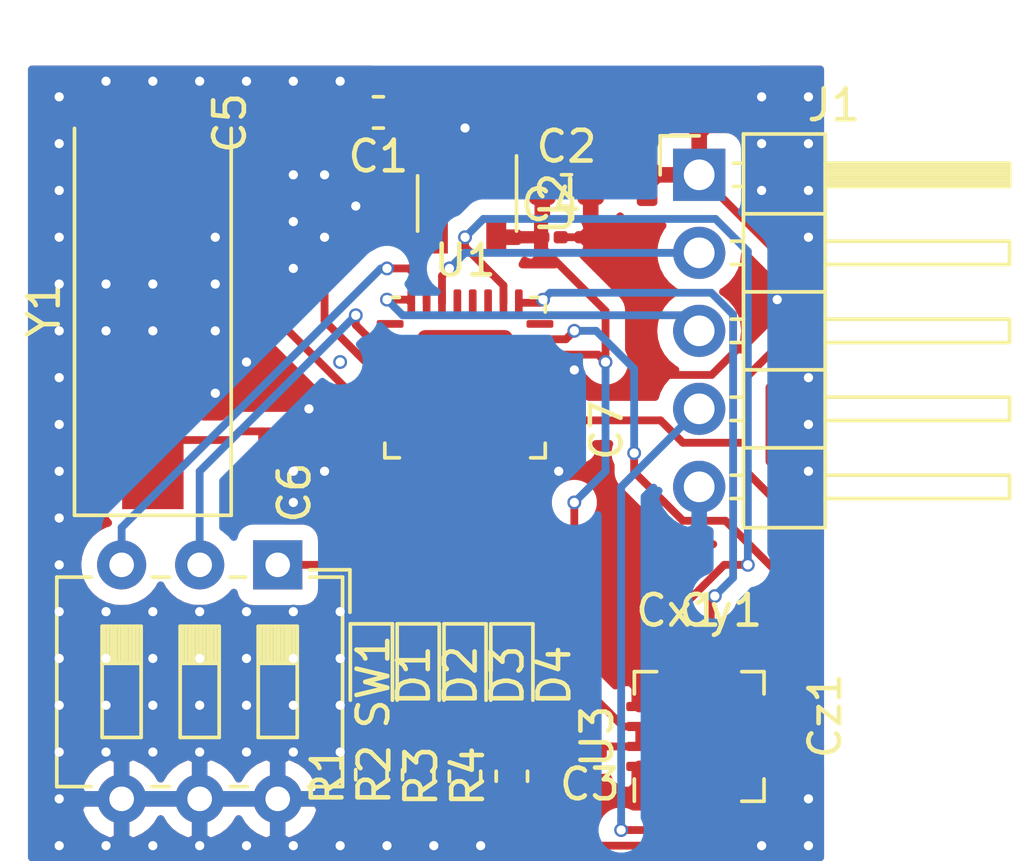
<source format=kicad_pcb>
(kicad_pcb (version 20171130) (host pcbnew "(5.1.4)-1")

  (general
    (thickness 1.6)
    (drawings 0)
    (tracks 273)
    (zones 0)
    (modules 24)
    (nets 37)
  )

  (page A4)
  (layers
    (0 F.Cu signal)
    (31 B.Cu signal)
    (32 B.Adhes user)
    (33 F.Adhes user)
    (34 B.Paste user)
    (35 F.Paste user)
    (36 B.SilkS user)
    (37 F.SilkS user)
    (38 B.Mask user)
    (39 F.Mask user)
    (40 Dwgs.User user)
    (41 Cmts.User user)
    (42 Eco1.User user)
    (43 Eco2.User user)
    (44 Edge.Cuts user)
    (45 Margin user)
    (46 B.CrtYd user)
    (47 F.CrtYd user)
    (48 B.Fab user)
    (49 F.Fab user)
  )

  (setup
    (last_trace_width 0.254)
    (user_trace_width 0.254)
    (user_trace_width 0.381)
    (user_trace_width 0.508)
    (user_trace_width 0.635)
    (user_trace_width 0.762)
    (user_trace_width 0.889)
    (trace_clearance 0.127)
    (zone_clearance 0.508)
    (zone_45_only no)
    (trace_min 0.127)
    (via_size 0.45)
    (via_drill 0.3)
    (via_min_size 0.45)
    (via_min_drill 0.3)
    (uvia_size 0.3)
    (uvia_drill 0.1)
    (uvias_allowed no)
    (uvia_min_size 0.2)
    (uvia_min_drill 0.1)
    (edge_width 0.05)
    (segment_width 0.2)
    (pcb_text_width 0.3)
    (pcb_text_size 1.5 1.5)
    (mod_edge_width 0.12)
    (mod_text_size 1 1)
    (mod_text_width 0.15)
    (pad_size 2.1 2.1)
    (pad_drill 0)
    (pad_to_mask_clearance 0.051)
    (solder_mask_min_width 0.25)
    (aux_axis_origin 0 0)
    (visible_elements 7FFFFFFF)
    (pcbplotparams
      (layerselection 0x010f0_ffffffff)
      (usegerberextensions false)
      (usegerberattributes false)
      (usegerberadvancedattributes false)
      (creategerberjobfile false)
      (excludeedgelayer true)
      (linewidth 0.100000)
      (plotframeref false)
      (viasonmask false)
      (mode 1)
      (useauxorigin false)
      (hpglpennumber 1)
      (hpglpenspeed 20)
      (hpglpendiameter 15.000000)
      (psnegative false)
      (psa4output false)
      (plotreference true)
      (plotvalue true)
      (plotinvisibletext false)
      (padsonsilk false)
      (subtractmaskfromsilk false)
      (outputformat 1)
      (mirror false)
      (drillshape 0)
      (scaleselection 1)
      (outputdirectory ""))
  )

  (net 0 "")
  (net 1 +5V)
  (net 2 GND)
  (net 3 +3V0)
  (net 4 "Net-(C5-Pad1)")
  (net 5 "Net-(C6-Pad1)")
  (net 6 Ax)
  (net 7 Ay)
  (net 8 Az)
  (net 9 LEDz)
  (net 10 "Net-(D1-Pad2)")
  (net 11 "Net-(D2-Pad2)")
  (net 12 LEDy)
  (net 13 LEDx)
  (net 14 "Net-(D3-Pad2)")
  (net 15 "Net-(D4-Pad2)")
  (net 16 SDA)
  (net 17 SCL)
  (net 18 ST)
  (net 19 ADR1)
  (net 20 ADR2)
  (net 21 ADR3)
  (net 22 "Net-(U1-Pad1)")
  (net 23 "Net-(U1-Pad3)")
  (net 24 "Net-(U1-Pad6)")
  (net 25 "Net-(U1-Pad9)")
  (net 26 "Net-(U1-Pad11)")
  (net 27 "Net-(U1-Pad12)")
  (net 28 "Net-(U1-Pad16)")
  (net 29 "Net-(U1-Pad17)")
  (net 30 "Net-(U1-Pad19)")
  (net 31 "Net-(U1-Pad20)")
  (net 32 "Net-(U1-Pad24)")
  (net 33 "Net-(U1-Pad27)")
  (net 34 "Net-(U1-Pad28)")
  (net 35 "Net-(U1-Pad29)")
  (net 36 "Net-(U2-Pad4)")

  (net_class Default "Dies ist die voreingestellte Netzklasse."
    (clearance 0.127)
    (trace_width 0.127)
    (via_dia 0.45)
    (via_drill 0.3)
    (uvia_dia 0.3)
    (uvia_drill 0.1)
    (add_net +3V0)
    (add_net +5V)
    (add_net ADR1)
    (add_net ADR2)
    (add_net ADR3)
    (add_net Ax)
    (add_net Ay)
    (add_net Az)
    (add_net GND)
    (add_net LEDx)
    (add_net LEDy)
    (add_net LEDz)
    (add_net "Net-(C5-Pad1)")
    (add_net "Net-(C6-Pad1)")
    (add_net "Net-(D1-Pad2)")
    (add_net "Net-(D2-Pad2)")
    (add_net "Net-(D3-Pad2)")
    (add_net "Net-(D4-Pad2)")
    (add_net "Net-(U1-Pad1)")
    (add_net "Net-(U1-Pad11)")
    (add_net "Net-(U1-Pad12)")
    (add_net "Net-(U1-Pad16)")
    (add_net "Net-(U1-Pad17)")
    (add_net "Net-(U1-Pad19)")
    (add_net "Net-(U1-Pad20)")
    (add_net "Net-(U1-Pad24)")
    (add_net "Net-(U1-Pad27)")
    (add_net "Net-(U1-Pad28)")
    (add_net "Net-(U1-Pad29)")
    (add_net "Net-(U1-Pad3)")
    (add_net "Net-(U1-Pad6)")
    (add_net "Net-(U1-Pad9)")
    (add_net "Net-(U2-Pad4)")
    (add_net SCL)
    (add_net SDA)
    (add_net ST)
  )

  (module Button_Switch_THT:SW_DIP_SPSTx03_Slide_6.7x9.18mm_W7.62mm_P2.54mm_LowProfile (layer F.Cu) (tedit 5A4E1404) (tstamp 5E1E3448)
    (at 112.776 62.992 270)
    (descr "3x-dip-switch SPST , Slide, row spacing 7.62 mm (300 mils), body size 6.7x9.18mm (see e.g. https://www.ctscorp.com/wp-content/uploads/209-210.pdf), LowProfile")
    (tags "DIP Switch SPST Slide 7.62mm 300mil LowProfile")
    (path /5E1753B3)
    (fp_text reference SW1 (at 3.81 -3.11 90) (layer F.SilkS)
      (effects (font (size 1 1) (thickness 0.15)))
    )
    (fp_text value SW_DIP_x03 (at 3.81 8.19 90) (layer F.Fab)
      (effects (font (size 1 1) (thickness 0.15)))
    )
    (fp_text user on (at 4.485 -1.3425 90) (layer F.Fab)
      (effects (font (size 0.8 0.8) (thickness 0.12)))
    )
    (fp_text user %R (at 6.39 2.54) (layer F.Fab)
      (effects (font (size 0.8 0.8) (thickness 0.12)))
    )
    (fp_line (start 8.7 -2.4) (end -1.1 -2.4) (layer F.CrtYd) (width 0.05))
    (fp_line (start 8.7 7.45) (end 8.7 -2.4) (layer F.CrtYd) (width 0.05))
    (fp_line (start -1.1 7.45) (end 8.7 7.45) (layer F.CrtYd) (width 0.05))
    (fp_line (start -1.1 -2.4) (end -1.1 7.45) (layer F.CrtYd) (width 0.05))
    (fp_line (start 3.206667 4.445) (end 3.206667 5.715) (layer F.SilkS) (width 0.12))
    (fp_line (start 2 5.645) (end 3.206667 5.645) (layer F.SilkS) (width 0.12))
    (fp_line (start 2 5.525) (end 3.206667 5.525) (layer F.SilkS) (width 0.12))
    (fp_line (start 2 5.405) (end 3.206667 5.405) (layer F.SilkS) (width 0.12))
    (fp_line (start 2 5.285) (end 3.206667 5.285) (layer F.SilkS) (width 0.12))
    (fp_line (start 2 5.165) (end 3.206667 5.165) (layer F.SilkS) (width 0.12))
    (fp_line (start 2 5.045) (end 3.206667 5.045) (layer F.SilkS) (width 0.12))
    (fp_line (start 2 4.925) (end 3.206667 4.925) (layer F.SilkS) (width 0.12))
    (fp_line (start 2 4.805) (end 3.206667 4.805) (layer F.SilkS) (width 0.12))
    (fp_line (start 2 4.685) (end 3.206667 4.685) (layer F.SilkS) (width 0.12))
    (fp_line (start 2 4.565) (end 3.206667 4.565) (layer F.SilkS) (width 0.12))
    (fp_line (start 5.62 4.445) (end 2 4.445) (layer F.SilkS) (width 0.12))
    (fp_line (start 5.62 5.715) (end 5.62 4.445) (layer F.SilkS) (width 0.12))
    (fp_line (start 2 5.715) (end 5.62 5.715) (layer F.SilkS) (width 0.12))
    (fp_line (start 2 4.445) (end 2 5.715) (layer F.SilkS) (width 0.12))
    (fp_line (start 3.206667 1.905) (end 3.206667 3.175) (layer F.SilkS) (width 0.12))
    (fp_line (start 2 3.105) (end 3.206667 3.105) (layer F.SilkS) (width 0.12))
    (fp_line (start 2 2.985) (end 3.206667 2.985) (layer F.SilkS) (width 0.12))
    (fp_line (start 2 2.865) (end 3.206667 2.865) (layer F.SilkS) (width 0.12))
    (fp_line (start 2 2.745) (end 3.206667 2.745) (layer F.SilkS) (width 0.12))
    (fp_line (start 2 2.625) (end 3.206667 2.625) (layer F.SilkS) (width 0.12))
    (fp_line (start 2 2.505) (end 3.206667 2.505) (layer F.SilkS) (width 0.12))
    (fp_line (start 2 2.385) (end 3.206667 2.385) (layer F.SilkS) (width 0.12))
    (fp_line (start 2 2.265) (end 3.206667 2.265) (layer F.SilkS) (width 0.12))
    (fp_line (start 2 2.145) (end 3.206667 2.145) (layer F.SilkS) (width 0.12))
    (fp_line (start 2 2.025) (end 3.206667 2.025) (layer F.SilkS) (width 0.12))
    (fp_line (start 5.62 1.905) (end 2 1.905) (layer F.SilkS) (width 0.12))
    (fp_line (start 5.62 3.175) (end 5.62 1.905) (layer F.SilkS) (width 0.12))
    (fp_line (start 2 3.175) (end 5.62 3.175) (layer F.SilkS) (width 0.12))
    (fp_line (start 2 1.905) (end 2 3.175) (layer F.SilkS) (width 0.12))
    (fp_line (start 3.206667 -0.635) (end 3.206667 0.635) (layer F.SilkS) (width 0.12))
    (fp_line (start 2 0.565) (end 3.206667 0.565) (layer F.SilkS) (width 0.12))
    (fp_line (start 2 0.445) (end 3.206667 0.445) (layer F.SilkS) (width 0.12))
    (fp_line (start 2 0.325) (end 3.206667 0.325) (layer F.SilkS) (width 0.12))
    (fp_line (start 2 0.205) (end 3.206667 0.205) (layer F.SilkS) (width 0.12))
    (fp_line (start 2 0.085) (end 3.206667 0.085) (layer F.SilkS) (width 0.12))
    (fp_line (start 2 -0.035) (end 3.206667 -0.035) (layer F.SilkS) (width 0.12))
    (fp_line (start 2 -0.155) (end 3.206667 -0.155) (layer F.SilkS) (width 0.12))
    (fp_line (start 2 -0.275) (end 3.206667 -0.275) (layer F.SilkS) (width 0.12))
    (fp_line (start 2 -0.395) (end 3.206667 -0.395) (layer F.SilkS) (width 0.12))
    (fp_line (start 2 -0.515) (end 3.206667 -0.515) (layer F.SilkS) (width 0.12))
    (fp_line (start 5.62 -0.635) (end 2 -0.635) (layer F.SilkS) (width 0.12))
    (fp_line (start 5.62 0.635) (end 5.62 -0.635) (layer F.SilkS) (width 0.12))
    (fp_line (start 2 0.635) (end 5.62 0.635) (layer F.SilkS) (width 0.12))
    (fp_line (start 2 -0.635) (end 2 0.635) (layer F.SilkS) (width 0.12))
    (fp_line (start 0.16 -2.35) (end 0.16 -1.04) (layer F.SilkS) (width 0.12))
    (fp_line (start 0.16 -2.35) (end 1.543 -2.35) (layer F.SilkS) (width 0.12))
    (fp_line (start 7.221 0.99) (end 7.221 1.551) (layer F.SilkS) (width 0.12))
    (fp_line (start 7.221 -2.11) (end 7.221 -0.99) (layer F.SilkS) (width 0.12))
    (fp_line (start 7.221 3.53) (end 7.221 4.091) (layer F.SilkS) (width 0.12))
    (fp_line (start 7.221 6.07) (end 7.221 7.19) (layer F.SilkS) (width 0.12))
    (fp_line (start 0.4 6.07) (end 0.4 7.19) (layer F.SilkS) (width 0.12))
    (fp_line (start 0.4 3.53) (end 0.4 4.091) (layer F.SilkS) (width 0.12))
    (fp_line (start 0.4 1.04) (end 0.4 1.551) (layer F.SilkS) (width 0.12))
    (fp_line (start 0.4 -2.11) (end 0.4 -1.04) (layer F.SilkS) (width 0.12))
    (fp_line (start 0.4 7.19) (end 7.221 7.19) (layer F.SilkS) (width 0.12))
    (fp_line (start 0.4 -2.11) (end 7.221 -2.11) (layer F.SilkS) (width 0.12))
    (fp_line (start 3.206667 4.445) (end 3.206667 5.715) (layer F.Fab) (width 0.1))
    (fp_line (start 2 5.645) (end 3.206667 5.645) (layer F.Fab) (width 0.1))
    (fp_line (start 2 5.545) (end 3.206667 5.545) (layer F.Fab) (width 0.1))
    (fp_line (start 2 5.445) (end 3.206667 5.445) (layer F.Fab) (width 0.1))
    (fp_line (start 2 5.345) (end 3.206667 5.345) (layer F.Fab) (width 0.1))
    (fp_line (start 2 5.245) (end 3.206667 5.245) (layer F.Fab) (width 0.1))
    (fp_line (start 2 5.145) (end 3.206667 5.145) (layer F.Fab) (width 0.1))
    (fp_line (start 2 5.045) (end 3.206667 5.045) (layer F.Fab) (width 0.1))
    (fp_line (start 2 4.945) (end 3.206667 4.945) (layer F.Fab) (width 0.1))
    (fp_line (start 2 4.845) (end 3.206667 4.845) (layer F.Fab) (width 0.1))
    (fp_line (start 2 4.745) (end 3.206667 4.745) (layer F.Fab) (width 0.1))
    (fp_line (start 2 4.645) (end 3.206667 4.645) (layer F.Fab) (width 0.1))
    (fp_line (start 2 4.545) (end 3.206667 4.545) (layer F.Fab) (width 0.1))
    (fp_line (start 5.62 4.445) (end 2 4.445) (layer F.Fab) (width 0.1))
    (fp_line (start 5.62 5.715) (end 5.62 4.445) (layer F.Fab) (width 0.1))
    (fp_line (start 2 5.715) (end 5.62 5.715) (layer F.Fab) (width 0.1))
    (fp_line (start 2 4.445) (end 2 5.715) (layer F.Fab) (width 0.1))
    (fp_line (start 3.206667 1.905) (end 3.206667 3.175) (layer F.Fab) (width 0.1))
    (fp_line (start 2 3.105) (end 3.206667 3.105) (layer F.Fab) (width 0.1))
    (fp_line (start 2 3.005) (end 3.206667 3.005) (layer F.Fab) (width 0.1))
    (fp_line (start 2 2.905) (end 3.206667 2.905) (layer F.Fab) (width 0.1))
    (fp_line (start 2 2.805) (end 3.206667 2.805) (layer F.Fab) (width 0.1))
    (fp_line (start 2 2.705) (end 3.206667 2.705) (layer F.Fab) (width 0.1))
    (fp_line (start 2 2.605) (end 3.206667 2.605) (layer F.Fab) (width 0.1))
    (fp_line (start 2 2.505) (end 3.206667 2.505) (layer F.Fab) (width 0.1))
    (fp_line (start 2 2.405) (end 3.206667 2.405) (layer F.Fab) (width 0.1))
    (fp_line (start 2 2.305) (end 3.206667 2.305) (layer F.Fab) (width 0.1))
    (fp_line (start 2 2.205) (end 3.206667 2.205) (layer F.Fab) (width 0.1))
    (fp_line (start 2 2.105) (end 3.206667 2.105) (layer F.Fab) (width 0.1))
    (fp_line (start 2 2.005) (end 3.206667 2.005) (layer F.Fab) (width 0.1))
    (fp_line (start 5.62 1.905) (end 2 1.905) (layer F.Fab) (width 0.1))
    (fp_line (start 5.62 3.175) (end 5.62 1.905) (layer F.Fab) (width 0.1))
    (fp_line (start 2 3.175) (end 5.62 3.175) (layer F.Fab) (width 0.1))
    (fp_line (start 2 1.905) (end 2 3.175) (layer F.Fab) (width 0.1))
    (fp_line (start 3.206667 -0.635) (end 3.206667 0.635) (layer F.Fab) (width 0.1))
    (fp_line (start 2 0.565) (end 3.206667 0.565) (layer F.Fab) (width 0.1))
    (fp_line (start 2 0.465) (end 3.206667 0.465) (layer F.Fab) (width 0.1))
    (fp_line (start 2 0.365) (end 3.206667 0.365) (layer F.Fab) (width 0.1))
    (fp_line (start 2 0.265) (end 3.206667 0.265) (layer F.Fab) (width 0.1))
    (fp_line (start 2 0.165) (end 3.206667 0.165) (layer F.Fab) (width 0.1))
    (fp_line (start 2 0.065) (end 3.206667 0.065) (layer F.Fab) (width 0.1))
    (fp_line (start 2 -0.035) (end 3.206667 -0.035) (layer F.Fab) (width 0.1))
    (fp_line (start 2 -0.135) (end 3.206667 -0.135) (layer F.Fab) (width 0.1))
    (fp_line (start 2 -0.235) (end 3.206667 -0.235) (layer F.Fab) (width 0.1))
    (fp_line (start 2 -0.335) (end 3.206667 -0.335) (layer F.Fab) (width 0.1))
    (fp_line (start 2 -0.435) (end 3.206667 -0.435) (layer F.Fab) (width 0.1))
    (fp_line (start 2 -0.535) (end 3.206667 -0.535) (layer F.Fab) (width 0.1))
    (fp_line (start 5.62 -0.635) (end 2 -0.635) (layer F.Fab) (width 0.1))
    (fp_line (start 5.62 0.635) (end 5.62 -0.635) (layer F.Fab) (width 0.1))
    (fp_line (start 2 0.635) (end 5.62 0.635) (layer F.Fab) (width 0.1))
    (fp_line (start 2 -0.635) (end 2 0.635) (layer F.Fab) (width 0.1))
    (fp_line (start 0.46 -1.05) (end 1.46 -2.05) (layer F.Fab) (width 0.1))
    (fp_line (start 0.46 7.13) (end 0.46 -1.05) (layer F.Fab) (width 0.1))
    (fp_line (start 7.16 7.13) (end 0.46 7.13) (layer F.Fab) (width 0.1))
    (fp_line (start 7.16 -2.05) (end 7.16 7.13) (layer F.Fab) (width 0.1))
    (fp_line (start 1.46 -2.05) (end 7.16 -2.05) (layer F.Fab) (width 0.1))
    (pad 6 thru_hole oval (at 7.62 0 270) (size 1.6 1.6) (drill 0.8) (layers *.Cu *.Mask)
      (net 2 GND))
    (pad 3 thru_hole oval (at 0 5.08 270) (size 1.6 1.6) (drill 0.8) (layers *.Cu *.Mask)
      (net 21 ADR3))
    (pad 5 thru_hole oval (at 7.62 2.54 270) (size 1.6 1.6) (drill 0.8) (layers *.Cu *.Mask)
      (net 2 GND))
    (pad 2 thru_hole oval (at 0 2.54 270) (size 1.6 1.6) (drill 0.8) (layers *.Cu *.Mask)
      (net 20 ADR2))
    (pad 4 thru_hole oval (at 7.62 5.08 270) (size 1.6 1.6) (drill 0.8) (layers *.Cu *.Mask)
      (net 2 GND))
    (pad 1 thru_hole rect (at 0 0 270) (size 1.6 1.6) (drill 0.8) (layers *.Cu *.Mask)
      (net 19 ADR1))
    (model ${KISYS3DMOD}/Button_Switch_THT.3dshapes/SW_DIP_SPSTx03_Slide_6.7x9.18mm_W7.62mm_P2.54mm_LowProfile.wrl
      (at (xyz 0 0 0))
      (scale (xyz 1 1 1))
      (rotate (xyz 0 0 90))
    )
  )

  (module Capacitor_SMD:C_0603_1608Metric (layer F.Cu) (tedit 5B301BBE) (tstamp 5E1E28DE)
    (at 116.0525 48.26 180)
    (descr "Capacitor SMD 0603 (1608 Metric), square (rectangular) end terminal, IPC_7351 nominal, (Body size source: http://www.tortai-tech.com/upload/download/2011102023233369053.pdf), generated with kicad-footprint-generator")
    (tags capacitor)
    (path /5E18A93B)
    (attr smd)
    (fp_text reference C1 (at 0 -1.43) (layer F.SilkS)
      (effects (font (size 1 1) (thickness 0.15)))
    )
    (fp_text value 1uF/10V (at 0 1.43) (layer F.Fab)
      (effects (font (size 1 1) (thickness 0.15)))
    )
    (fp_text user %R (at 0 0) (layer F.Fab)
      (effects (font (size 0.4 0.4) (thickness 0.06)))
    )
    (fp_line (start 1.48 0.73) (end -1.48 0.73) (layer F.CrtYd) (width 0.05))
    (fp_line (start 1.48 -0.73) (end 1.48 0.73) (layer F.CrtYd) (width 0.05))
    (fp_line (start -1.48 -0.73) (end 1.48 -0.73) (layer F.CrtYd) (width 0.05))
    (fp_line (start -1.48 0.73) (end -1.48 -0.73) (layer F.CrtYd) (width 0.05))
    (fp_line (start -0.162779 0.51) (end 0.162779 0.51) (layer F.SilkS) (width 0.12))
    (fp_line (start -0.162779 -0.51) (end 0.162779 -0.51) (layer F.SilkS) (width 0.12))
    (fp_line (start 0.8 0.4) (end -0.8 0.4) (layer F.Fab) (width 0.1))
    (fp_line (start 0.8 -0.4) (end 0.8 0.4) (layer F.Fab) (width 0.1))
    (fp_line (start -0.8 -0.4) (end 0.8 -0.4) (layer F.Fab) (width 0.1))
    (fp_line (start -0.8 0.4) (end -0.8 -0.4) (layer F.Fab) (width 0.1))
    (pad 2 smd roundrect (at 0.7875 0 180) (size 0.875 0.95) (layers F.Cu F.Paste F.Mask) (roundrect_rratio 0.25)
      (net 2 GND))
    (pad 1 smd roundrect (at -0.7875 0 180) (size 0.875 0.95) (layers F.Cu F.Paste F.Mask) (roundrect_rratio 0.25)
      (net 1 +5V))
    (model ${KISYS3DMOD}/Capacitor_SMD.3dshapes/C_0603_1608Metric.wrl
      (at (xyz 0 0 0))
      (scale (xyz 1 1 1))
      (rotate (xyz 0 0 0))
    )
  )

  (module Capacitor_SMD:C_0603_1608Metric (layer F.Cu) (tedit 5B301BBE) (tstamp 5E1E28EF)
    (at 122.174 50.8)
    (descr "Capacitor SMD 0603 (1608 Metric), square (rectangular) end terminal, IPC_7351 nominal, (Body size source: http://www.tortai-tech.com/upload/download/2011102023233369053.pdf), generated with kicad-footprint-generator")
    (tags capacitor)
    (path /5E18AEA5)
    (attr smd)
    (fp_text reference C2 (at 0 -1.43) (layer F.SilkS)
      (effects (font (size 1 1) (thickness 0.15)))
    )
    (fp_text value 1uF/10V (at 0 1.43) (layer F.Fab)
      (effects (font (size 1 1) (thickness 0.15)))
    )
    (fp_line (start -0.8 0.4) (end -0.8 -0.4) (layer F.Fab) (width 0.1))
    (fp_line (start -0.8 -0.4) (end 0.8 -0.4) (layer F.Fab) (width 0.1))
    (fp_line (start 0.8 -0.4) (end 0.8 0.4) (layer F.Fab) (width 0.1))
    (fp_line (start 0.8 0.4) (end -0.8 0.4) (layer F.Fab) (width 0.1))
    (fp_line (start -0.162779 -0.51) (end 0.162779 -0.51) (layer F.SilkS) (width 0.12))
    (fp_line (start -0.162779 0.51) (end 0.162779 0.51) (layer F.SilkS) (width 0.12))
    (fp_line (start -1.48 0.73) (end -1.48 -0.73) (layer F.CrtYd) (width 0.05))
    (fp_line (start -1.48 -0.73) (end 1.48 -0.73) (layer F.CrtYd) (width 0.05))
    (fp_line (start 1.48 -0.73) (end 1.48 0.73) (layer F.CrtYd) (width 0.05))
    (fp_line (start 1.48 0.73) (end -1.48 0.73) (layer F.CrtYd) (width 0.05))
    (fp_text user %R (at 0 0) (layer F.Fab)
      (effects (font (size 0.4 0.4) (thickness 0.06)))
    )
    (pad 1 smd roundrect (at -0.7875 0) (size 0.875 0.95) (layers F.Cu F.Paste F.Mask) (roundrect_rratio 0.25)
      (net 3 +3V0))
    (pad 2 smd roundrect (at 0.7875 0) (size 0.875 0.95) (layers F.Cu F.Paste F.Mask) (roundrect_rratio 0.25)
      (net 2 GND))
    (model ${KISYS3DMOD}/Capacitor_SMD.3dshapes/C_0603_1608Metric.wrl
      (at (xyz 0 0 0))
      (scale (xyz 1 1 1))
      (rotate (xyz 0 0 0))
    )
  )

  (module Capacitor_SMD:C_0201_0603Metric (layer F.Cu) (tedit 5B301BBE) (tstamp 5E1E2900)
    (at 122.936 69.088 180)
    (descr "Capacitor SMD 0201 (0603 Metric), square (rectangular) end terminal, IPC_7351 nominal, (Body size source: https://www.vishay.com/docs/20052/crcw0201e3.pdf), generated with kicad-footprint-generator")
    (tags capacitor)
    (path /5E19E2DB)
    (attr smd)
    (fp_text reference C3 (at 0 -1.05) (layer F.SilkS)
      (effects (font (size 1 1) (thickness 0.15)))
    )
    (fp_text value 100nF/10V (at 0 1.05) (layer F.Fab)
      (effects (font (size 1 1) (thickness 0.15)))
    )
    (fp_line (start -0.3 0.15) (end -0.3 -0.15) (layer F.Fab) (width 0.1))
    (fp_line (start -0.3 -0.15) (end 0.3 -0.15) (layer F.Fab) (width 0.1))
    (fp_line (start 0.3 -0.15) (end 0.3 0.15) (layer F.Fab) (width 0.1))
    (fp_line (start 0.3 0.15) (end -0.3 0.15) (layer F.Fab) (width 0.1))
    (fp_line (start -0.7 0.35) (end -0.7 -0.35) (layer F.CrtYd) (width 0.05))
    (fp_line (start -0.7 -0.35) (end 0.7 -0.35) (layer F.CrtYd) (width 0.05))
    (fp_line (start 0.7 -0.35) (end 0.7 0.35) (layer F.CrtYd) (width 0.05))
    (fp_line (start 0.7 0.35) (end -0.7 0.35) (layer F.CrtYd) (width 0.05))
    (fp_text user %R (at 0 -0.68) (layer F.Fab)
      (effects (font (size 0.25 0.25) (thickness 0.04)))
    )
    (pad "" smd roundrect (at -0.345 0 180) (size 0.318 0.36) (layers F.Paste) (roundrect_rratio 0.25))
    (pad "" smd roundrect (at 0.345 0 180) (size 0.318 0.36) (layers F.Paste) (roundrect_rratio 0.25))
    (pad 1 smd roundrect (at -0.32 0 180) (size 0.46 0.4) (layers F.Cu F.Mask) (roundrect_rratio 0.25)
      (net 3 +3V0))
    (pad 2 smd roundrect (at 0.32 0 180) (size 0.46 0.4) (layers F.Cu F.Mask) (roundrect_rratio 0.25)
      (net 2 GND))
    (model ${KISYS3DMOD}/Capacitor_SMD.3dshapes/C_0201_0603Metric.wrl
      (at (xyz 0 0 0))
      (scale (xyz 1 1 1))
      (rotate (xyz 0 0 0))
    )
  )

  (module Capacitor_SMD:C_0201_0603Metric (layer F.Cu) (tedit 5B301BBE) (tstamp 5E26F5DE)
    (at 121.666 52.324)
    (descr "Capacitor SMD 0201 (0603 Metric), square (rectangular) end terminal, IPC_7351 nominal, (Body size source: https://www.vishay.com/docs/20052/crcw0201e3.pdf), generated with kicad-footprint-generator")
    (tags capacitor)
    (path /5E1A8415)
    (attr smd)
    (fp_text reference C4 (at 0 -1.05) (layer F.SilkS)
      (effects (font (size 1 1) (thickness 0.15)))
    )
    (fp_text value 100nF/10V (at 0 1.05) (layer F.Fab)
      (effects (font (size 1 1) (thickness 0.15)))
    )
    (fp_line (start -0.3 0.15) (end -0.3 -0.15) (layer F.Fab) (width 0.1))
    (fp_line (start -0.3 -0.15) (end 0.3 -0.15) (layer F.Fab) (width 0.1))
    (fp_line (start 0.3 -0.15) (end 0.3 0.15) (layer F.Fab) (width 0.1))
    (fp_line (start 0.3 0.15) (end -0.3 0.15) (layer F.Fab) (width 0.1))
    (fp_line (start -0.7 0.35) (end -0.7 -0.35) (layer F.CrtYd) (width 0.05))
    (fp_line (start -0.7 -0.35) (end 0.7 -0.35) (layer F.CrtYd) (width 0.05))
    (fp_line (start 0.7 -0.35) (end 0.7 0.35) (layer F.CrtYd) (width 0.05))
    (fp_line (start 0.7 0.35) (end -0.7 0.35) (layer F.CrtYd) (width 0.05))
    (fp_text user %R (at 0 -0.68) (layer F.Fab)
      (effects (font (size 0.25 0.25) (thickness 0.04)))
    )
    (pad "" smd roundrect (at -0.345 0) (size 0.318 0.36) (layers F.Paste) (roundrect_rratio 0.25))
    (pad "" smd roundrect (at 0.345 0) (size 0.318 0.36) (layers F.Paste) (roundrect_rratio 0.25))
    (pad 1 smd roundrect (at -0.32 0) (size 0.46 0.4) (layers F.Cu F.Mask) (roundrect_rratio 0.25)
      (net 3 +3V0))
    (pad 2 smd roundrect (at 0.32 0) (size 0.46 0.4) (layers F.Cu F.Mask) (roundrect_rratio 0.25)
      (net 2 GND))
    (model ${KISYS3DMOD}/Capacitor_SMD.3dshapes/C_0201_0603Metric.wrl
      (at (xyz 0 0 0))
      (scale (xyz 1 1 1))
      (rotate (xyz 0 0 0))
    )
  )

  (module Capacitor_SMD:C_0201_0603Metric (layer F.Cu) (tedit 5B301BBE) (tstamp 5E1E2922)
    (at 112.268 48.605 90)
    (descr "Capacitor SMD 0201 (0603 Metric), square (rectangular) end terminal, IPC_7351 nominal, (Body size source: https://www.vishay.com/docs/20052/crcw0201e3.pdf), generated with kicad-footprint-generator")
    (tags capacitor)
    (path /5E17C4F6)
    (attr smd)
    (fp_text reference C5 (at 0 -1.05 90) (layer F.SilkS)
      (effects (font (size 1 1) (thickness 0.15)))
    )
    (fp_text value 12pF (at 0 1.05 90) (layer F.Fab)
      (effects (font (size 1 1) (thickness 0.15)))
    )
    (fp_text user %R (at 0 -0.68 90) (layer F.Fab)
      (effects (font (size 0.25 0.25) (thickness 0.04)))
    )
    (fp_line (start 0.7 0.35) (end -0.7 0.35) (layer F.CrtYd) (width 0.05))
    (fp_line (start 0.7 -0.35) (end 0.7 0.35) (layer F.CrtYd) (width 0.05))
    (fp_line (start -0.7 -0.35) (end 0.7 -0.35) (layer F.CrtYd) (width 0.05))
    (fp_line (start -0.7 0.35) (end -0.7 -0.35) (layer F.CrtYd) (width 0.05))
    (fp_line (start 0.3 0.15) (end -0.3 0.15) (layer F.Fab) (width 0.1))
    (fp_line (start 0.3 -0.15) (end 0.3 0.15) (layer F.Fab) (width 0.1))
    (fp_line (start -0.3 -0.15) (end 0.3 -0.15) (layer F.Fab) (width 0.1))
    (fp_line (start -0.3 0.15) (end -0.3 -0.15) (layer F.Fab) (width 0.1))
    (pad 2 smd roundrect (at 0.32 0 90) (size 0.46 0.4) (layers F.Cu F.Mask) (roundrect_rratio 0.25)
      (net 2 GND))
    (pad 1 smd roundrect (at -0.32 0 90) (size 0.46 0.4) (layers F.Cu F.Mask) (roundrect_rratio 0.25)
      (net 4 "Net-(C5-Pad1)"))
    (pad "" smd roundrect (at 0.345 0 90) (size 0.318 0.36) (layers F.Paste) (roundrect_rratio 0.25))
    (pad "" smd roundrect (at -0.345 0 90) (size 0.318 0.36) (layers F.Paste) (roundrect_rratio 0.25))
    (model ${KISYS3DMOD}/Capacitor_SMD.3dshapes/C_0201_0603Metric.wrl
      (at (xyz 0 0 0))
      (scale (xyz 1 1 1))
      (rotate (xyz 0 0 0))
    )
  )

  (module Capacitor_SMD:C_0201_0603Metric (layer F.Cu) (tedit 5B301BBE) (tstamp 5E1E2933)
    (at 112.268 60.64 270)
    (descr "Capacitor SMD 0201 (0603 Metric), square (rectangular) end terminal, IPC_7351 nominal, (Body size source: https://www.vishay.com/docs/20052/crcw0201e3.pdf), generated with kicad-footprint-generator")
    (tags capacitor)
    (path /5E17B73A)
    (attr smd)
    (fp_text reference C6 (at 0 -1.05 90) (layer F.SilkS)
      (effects (font (size 1 1) (thickness 0.15)))
    )
    (fp_text value 12pF (at 0 1.05 90) (layer F.Fab)
      (effects (font (size 1 1) (thickness 0.15)))
    )
    (fp_line (start -0.3 0.15) (end -0.3 -0.15) (layer F.Fab) (width 0.1))
    (fp_line (start -0.3 -0.15) (end 0.3 -0.15) (layer F.Fab) (width 0.1))
    (fp_line (start 0.3 -0.15) (end 0.3 0.15) (layer F.Fab) (width 0.1))
    (fp_line (start 0.3 0.15) (end -0.3 0.15) (layer F.Fab) (width 0.1))
    (fp_line (start -0.7 0.35) (end -0.7 -0.35) (layer F.CrtYd) (width 0.05))
    (fp_line (start -0.7 -0.35) (end 0.7 -0.35) (layer F.CrtYd) (width 0.05))
    (fp_line (start 0.7 -0.35) (end 0.7 0.35) (layer F.CrtYd) (width 0.05))
    (fp_line (start 0.7 0.35) (end -0.7 0.35) (layer F.CrtYd) (width 0.05))
    (fp_text user %R (at 0 -0.68 90) (layer F.Fab)
      (effects (font (size 0.25 0.25) (thickness 0.04)))
    )
    (pad "" smd roundrect (at -0.345 0 270) (size 0.318 0.36) (layers F.Paste) (roundrect_rratio 0.25))
    (pad "" smd roundrect (at 0.345 0 270) (size 0.318 0.36) (layers F.Paste) (roundrect_rratio 0.25))
    (pad 1 smd roundrect (at -0.32 0 270) (size 0.46 0.4) (layers F.Cu F.Mask) (roundrect_rratio 0.25)
      (net 5 "Net-(C6-Pad1)"))
    (pad 2 smd roundrect (at 0.32 0 270) (size 0.46 0.4) (layers F.Cu F.Mask) (roundrect_rratio 0.25)
      (net 2 GND))
    (model ${KISYS3DMOD}/Capacitor_SMD.3dshapes/C_0201_0603Metric.wrl
      (at (xyz 0 0 0))
      (scale (xyz 1 1 1))
      (rotate (xyz 0 0 0))
    )
  )

  (module Capacitor_SMD:C_0201_0603Metric (layer F.Cu) (tedit 5B301BBE) (tstamp 5E1E2944)
    (at 122.428 58.608 270)
    (descr "Capacitor SMD 0201 (0603 Metric), square (rectangular) end terminal, IPC_7351 nominal, (Body size source: https://www.vishay.com/docs/20052/crcw0201e3.pdf), generated with kicad-footprint-generator")
    (tags capacitor)
    (path /5E1F25F0)
    (attr smd)
    (fp_text reference C7 (at 0 -1.05 90) (layer F.SilkS)
      (effects (font (size 1 1) (thickness 0.15)))
    )
    (fp_text value 100nF/10V (at 0 1.05 90) (layer F.Fab)
      (effects (font (size 1 1) (thickness 0.15)))
    )
    (fp_text user %R (at 0 -0.68 90) (layer F.Fab)
      (effects (font (size 0.25 0.25) (thickness 0.04)))
    )
    (fp_line (start 0.7 0.35) (end -0.7 0.35) (layer F.CrtYd) (width 0.05))
    (fp_line (start 0.7 -0.35) (end 0.7 0.35) (layer F.CrtYd) (width 0.05))
    (fp_line (start -0.7 -0.35) (end 0.7 -0.35) (layer F.CrtYd) (width 0.05))
    (fp_line (start -0.7 0.35) (end -0.7 -0.35) (layer F.CrtYd) (width 0.05))
    (fp_line (start 0.3 0.15) (end -0.3 0.15) (layer F.Fab) (width 0.1))
    (fp_line (start 0.3 -0.15) (end 0.3 0.15) (layer F.Fab) (width 0.1))
    (fp_line (start -0.3 -0.15) (end 0.3 -0.15) (layer F.Fab) (width 0.1))
    (fp_line (start -0.3 0.15) (end -0.3 -0.15) (layer F.Fab) (width 0.1))
    (pad 2 smd roundrect (at 0.32 0 270) (size 0.46 0.4) (layers F.Cu F.Mask) (roundrect_rratio 0.25)
      (net 2 GND))
    (pad 1 smd roundrect (at -0.32 0 270) (size 0.46 0.4) (layers F.Cu F.Mask) (roundrect_rratio 0.25)
      (net 1 +5V))
    (pad "" smd roundrect (at 0.345 0 270) (size 0.318 0.36) (layers F.Paste) (roundrect_rratio 0.25))
    (pad "" smd roundrect (at -0.345 0 270) (size 0.318 0.36) (layers F.Paste) (roundrect_rratio 0.25))
    (model ${KISYS3DMOD}/Capacitor_SMD.3dshapes/C_0201_0603Metric.wrl
      (at (xyz 0 0 0))
      (scale (xyz 1 1 1))
      (rotate (xyz 0 0 0))
    )
  )

  (module Capacitor_SMD:C_0201_0603Metric (layer F.Cu) (tedit 5B301BBE) (tstamp 5E1E2955)
    (at 125.821 65.532)
    (descr "Capacitor SMD 0201 (0603 Metric), square (rectangular) end terminal, IPC_7351 nominal, (Body size source: https://www.vishay.com/docs/20052/crcw0201e3.pdf), generated with kicad-footprint-generator")
    (tags capacitor)
    (path /5E2BEDFA)
    (attr smd)
    (fp_text reference Cx1 (at 0 -1.05) (layer F.SilkS)
      (effects (font (size 1 1) (thickness 0.15)))
    )
    (fp_text value 100nF/10V (at 0 1.05) (layer F.Fab)
      (effects (font (size 1 1) (thickness 0.15)))
    )
    (fp_line (start -0.3 0.15) (end -0.3 -0.15) (layer F.Fab) (width 0.1))
    (fp_line (start -0.3 -0.15) (end 0.3 -0.15) (layer F.Fab) (width 0.1))
    (fp_line (start 0.3 -0.15) (end 0.3 0.15) (layer F.Fab) (width 0.1))
    (fp_line (start 0.3 0.15) (end -0.3 0.15) (layer F.Fab) (width 0.1))
    (fp_line (start -0.7 0.35) (end -0.7 -0.35) (layer F.CrtYd) (width 0.05))
    (fp_line (start -0.7 -0.35) (end 0.7 -0.35) (layer F.CrtYd) (width 0.05))
    (fp_line (start 0.7 -0.35) (end 0.7 0.35) (layer F.CrtYd) (width 0.05))
    (fp_line (start 0.7 0.35) (end -0.7 0.35) (layer F.CrtYd) (width 0.05))
    (fp_text user %R (at 0 -0.68) (layer F.Fab)
      (effects (font (size 0.25 0.25) (thickness 0.04)))
    )
    (pad "" smd roundrect (at -0.345 0) (size 0.318 0.36) (layers F.Paste) (roundrect_rratio 0.25))
    (pad "" smd roundrect (at 0.345 0) (size 0.318 0.36) (layers F.Paste) (roundrect_rratio 0.25))
    (pad 1 smd roundrect (at -0.32 0) (size 0.46 0.4) (layers F.Cu F.Mask) (roundrect_rratio 0.25)
      (net 6 Ax))
    (pad 2 smd roundrect (at 0.32 0) (size 0.46 0.4) (layers F.Cu F.Mask) (roundrect_rratio 0.25)
      (net 2 GND))
    (model ${KISYS3DMOD}/Capacitor_SMD.3dshapes/C_0201_0603Metric.wrl
      (at (xyz 0 0 0))
      (scale (xyz 1 1 1))
      (rotate (xyz 0 0 0))
    )
  )

  (module Capacitor_SMD:C_0201_0603Metric (layer F.Cu) (tedit 5B301BBE) (tstamp 5E1E2966)
    (at 127.188 65.532)
    (descr "Capacitor SMD 0201 (0603 Metric), square (rectangular) end terminal, IPC_7351 nominal, (Body size source: https://www.vishay.com/docs/20052/crcw0201e3.pdf), generated with kicad-footprint-generator")
    (tags capacitor)
    (path /5E2BE6D7)
    (attr smd)
    (fp_text reference Cy1 (at 0 -1.05) (layer F.SilkS)
      (effects (font (size 1 1) (thickness 0.15)))
    )
    (fp_text value 100nF/10V (at 0 1.05) (layer F.Fab)
      (effects (font (size 1 1) (thickness 0.15)))
    )
    (fp_text user %R (at 0 -0.68) (layer F.Fab)
      (effects (font (size 0.25 0.25) (thickness 0.04)))
    )
    (fp_line (start 0.7 0.35) (end -0.7 0.35) (layer F.CrtYd) (width 0.05))
    (fp_line (start 0.7 -0.35) (end 0.7 0.35) (layer F.CrtYd) (width 0.05))
    (fp_line (start -0.7 -0.35) (end 0.7 -0.35) (layer F.CrtYd) (width 0.05))
    (fp_line (start -0.7 0.35) (end -0.7 -0.35) (layer F.CrtYd) (width 0.05))
    (fp_line (start 0.3 0.15) (end -0.3 0.15) (layer F.Fab) (width 0.1))
    (fp_line (start 0.3 -0.15) (end 0.3 0.15) (layer F.Fab) (width 0.1))
    (fp_line (start -0.3 -0.15) (end 0.3 -0.15) (layer F.Fab) (width 0.1))
    (fp_line (start -0.3 0.15) (end -0.3 -0.15) (layer F.Fab) (width 0.1))
    (pad 2 smd roundrect (at 0.32 0) (size 0.46 0.4) (layers F.Cu F.Mask) (roundrect_rratio 0.25)
      (net 2 GND))
    (pad 1 smd roundrect (at -0.32 0) (size 0.46 0.4) (layers F.Cu F.Mask) (roundrect_rratio 0.25)
      (net 7 Ay))
    (pad "" smd roundrect (at 0.345 0) (size 0.318 0.36) (layers F.Paste) (roundrect_rratio 0.25))
    (pad "" smd roundrect (at -0.345 0) (size 0.318 0.36) (layers F.Paste) (roundrect_rratio 0.25))
    (model ${KISYS3DMOD}/Capacitor_SMD.3dshapes/C_0201_0603Metric.wrl
      (at (xyz 0 0 0))
      (scale (xyz 1 1 1))
      (rotate (xyz 0 0 0))
    )
  )

  (module Capacitor_SMD:C_0201_0603Metric (layer F.Cu) (tedit 5B301BBE) (tstamp 5E1E2977)
    (at 129.54 67.909 270)
    (descr "Capacitor SMD 0201 (0603 Metric), square (rectangular) end terminal, IPC_7351 nominal, (Body size source: https://www.vishay.com/docs/20052/crcw0201e3.pdf), generated with kicad-footprint-generator")
    (tags capacitor)
    (path /5E2BD895)
    (attr smd)
    (fp_text reference Cz1 (at 0 -1.05 90) (layer F.SilkS)
      (effects (font (size 1 1) (thickness 0.15)))
    )
    (fp_text value 100nF/10V (at 0 1.05 90) (layer F.Fab)
      (effects (font (size 1 1) (thickness 0.15)))
    )
    (fp_line (start -0.3 0.15) (end -0.3 -0.15) (layer F.Fab) (width 0.1))
    (fp_line (start -0.3 -0.15) (end 0.3 -0.15) (layer F.Fab) (width 0.1))
    (fp_line (start 0.3 -0.15) (end 0.3 0.15) (layer F.Fab) (width 0.1))
    (fp_line (start 0.3 0.15) (end -0.3 0.15) (layer F.Fab) (width 0.1))
    (fp_line (start -0.7 0.35) (end -0.7 -0.35) (layer F.CrtYd) (width 0.05))
    (fp_line (start -0.7 -0.35) (end 0.7 -0.35) (layer F.CrtYd) (width 0.05))
    (fp_line (start 0.7 -0.35) (end 0.7 0.35) (layer F.CrtYd) (width 0.05))
    (fp_line (start 0.7 0.35) (end -0.7 0.35) (layer F.CrtYd) (width 0.05))
    (fp_text user %R (at 0 -0.68 90) (layer F.Fab)
      (effects (font (size 0.25 0.25) (thickness 0.04)))
    )
    (pad "" smd roundrect (at -0.345 0 270) (size 0.318 0.36) (layers F.Paste) (roundrect_rratio 0.25))
    (pad "" smd roundrect (at 0.345 0 270) (size 0.318 0.36) (layers F.Paste) (roundrect_rratio 0.25))
    (pad 1 smd roundrect (at -0.32 0 270) (size 0.46 0.4) (layers F.Cu F.Mask) (roundrect_rratio 0.25)
      (net 8 Az))
    (pad 2 smd roundrect (at 0.32 0 270) (size 0.46 0.4) (layers F.Cu F.Mask) (roundrect_rratio 0.25)
      (net 2 GND))
    (model ${KISYS3DMOD}/Capacitor_SMD.3dshapes/C_0201_0603Metric.wrl
      (at (xyz 0 0 0))
      (scale (xyz 1 1 1))
      (rotate (xyz 0 0 0))
    )
  )

  (module LED_SMD:LED_0603_1608Metric_Castellated (layer F.Cu) (tedit 5B301BBE) (tstamp 5E1E45DB)
    (at 115.824 66.5985 270)
    (descr "LED SMD 0603 (1608 Metric), castellated end terminal, IPC_7351 nominal, (Body size source: http://www.tortai-tech.com/upload/download/2011102023233369053.pdf), generated with kicad-footprint-generator")
    (tags "LED castellated")
    (path /5E191DB1)
    (attr smd)
    (fp_text reference D1 (at 0 -1.38 90) (layer F.SilkS)
      (effects (font (size 1 1) (thickness 0.15)))
    )
    (fp_text value LED (at 0 1.38 90) (layer F.Fab)
      (effects (font (size 1 1) (thickness 0.15)))
    )
    (fp_line (start 0.8 -0.4) (end -0.5 -0.4) (layer F.Fab) (width 0.1))
    (fp_line (start -0.5 -0.4) (end -0.8 -0.1) (layer F.Fab) (width 0.1))
    (fp_line (start -0.8 -0.1) (end -0.8 0.4) (layer F.Fab) (width 0.1))
    (fp_line (start -0.8 0.4) (end 0.8 0.4) (layer F.Fab) (width 0.1))
    (fp_line (start 0.8 0.4) (end 0.8 -0.4) (layer F.Fab) (width 0.1))
    (fp_line (start 0.8 -0.685) (end -1.685 -0.685) (layer F.SilkS) (width 0.12))
    (fp_line (start -1.685 -0.685) (end -1.685 0.685) (layer F.SilkS) (width 0.12))
    (fp_line (start -1.685 0.685) (end 0.8 0.685) (layer F.SilkS) (width 0.12))
    (fp_line (start -1.68 0.68) (end -1.68 -0.68) (layer F.CrtYd) (width 0.05))
    (fp_line (start -1.68 -0.68) (end 1.68 -0.68) (layer F.CrtYd) (width 0.05))
    (fp_line (start 1.68 -0.68) (end 1.68 0.68) (layer F.CrtYd) (width 0.05))
    (fp_line (start 1.68 0.68) (end -1.68 0.68) (layer F.CrtYd) (width 0.05))
    (fp_text user %R (at 0 0 90) (layer F.Fab)
      (effects (font (size 0.4 0.4) (thickness 0.06)))
    )
    (pad 1 smd roundrect (at -0.8125 0 270) (size 1.225 0.85) (layers F.Cu F.Paste F.Mask) (roundrect_rratio 0.25)
      (net 9 LEDz))
    (pad 2 smd roundrect (at 0.8125 0 270) (size 1.225 0.85) (layers F.Cu F.Paste F.Mask) (roundrect_rratio 0.25)
      (net 10 "Net-(D1-Pad2)"))
    (model ${KISYS3DMOD}/LED_SMD.3dshapes/LED_0603_1608Metric_Castellated.wrl
      (at (xyz 0 0 0))
      (scale (xyz 1 1 1))
      (rotate (xyz 0 0 0))
    )
  )

  (module LED_SMD:LED_0603_1608Metric_Castellated (layer F.Cu) (tedit 5B301BBE) (tstamp 5E1E45A5)
    (at 117.348 66.5985 270)
    (descr "LED SMD 0603 (1608 Metric), castellated end terminal, IPC_7351 nominal, (Body size source: http://www.tortai-tech.com/upload/download/2011102023233369053.pdf), generated with kicad-footprint-generator")
    (tags "LED castellated")
    (path /5E19279A)
    (attr smd)
    (fp_text reference D2 (at 0 -1.38 90) (layer F.SilkS)
      (effects (font (size 1 1) (thickness 0.15)))
    )
    (fp_text value LED (at 0 1.38 90) (layer F.Fab)
      (effects (font (size 1 1) (thickness 0.15)))
    )
    (fp_text user %R (at 0 0 90) (layer F.Fab)
      (effects (font (size 0.4 0.4) (thickness 0.06)))
    )
    (fp_line (start 1.68 0.68) (end -1.68 0.68) (layer F.CrtYd) (width 0.05))
    (fp_line (start 1.68 -0.68) (end 1.68 0.68) (layer F.CrtYd) (width 0.05))
    (fp_line (start -1.68 -0.68) (end 1.68 -0.68) (layer F.CrtYd) (width 0.05))
    (fp_line (start -1.68 0.68) (end -1.68 -0.68) (layer F.CrtYd) (width 0.05))
    (fp_line (start -1.685 0.685) (end 0.8 0.685) (layer F.SilkS) (width 0.12))
    (fp_line (start -1.685 -0.685) (end -1.685 0.685) (layer F.SilkS) (width 0.12))
    (fp_line (start 0.8 -0.685) (end -1.685 -0.685) (layer F.SilkS) (width 0.12))
    (fp_line (start 0.8 0.4) (end 0.8 -0.4) (layer F.Fab) (width 0.1))
    (fp_line (start -0.8 0.4) (end 0.8 0.4) (layer F.Fab) (width 0.1))
    (fp_line (start -0.8 -0.1) (end -0.8 0.4) (layer F.Fab) (width 0.1))
    (fp_line (start -0.5 -0.4) (end -0.8 -0.1) (layer F.Fab) (width 0.1))
    (fp_line (start 0.8 -0.4) (end -0.5 -0.4) (layer F.Fab) (width 0.1))
    (pad 2 smd roundrect (at 0.8125 0 270) (size 1.225 0.85) (layers F.Cu F.Paste F.Mask) (roundrect_rratio 0.25)
      (net 11 "Net-(D2-Pad2)"))
    (pad 1 smd roundrect (at -0.8125 0 270) (size 1.225 0.85) (layers F.Cu F.Paste F.Mask) (roundrect_rratio 0.25)
      (net 12 LEDy))
    (model ${KISYS3DMOD}/LED_SMD.3dshapes/LED_0603_1608Metric_Castellated.wrl
      (at (xyz 0 0 0))
      (scale (xyz 1 1 1))
      (rotate (xyz 0 0 0))
    )
  )

  (module LED_SMD:LED_0603_1608Metric_Castellated (layer F.Cu) (tedit 5B301BBE) (tstamp 5E1E456F)
    (at 118.872 66.5985 270)
    (descr "LED SMD 0603 (1608 Metric), castellated end terminal, IPC_7351 nominal, (Body size source: http://www.tortai-tech.com/upload/download/2011102023233369053.pdf), generated with kicad-footprint-generator")
    (tags "LED castellated")
    (path /5E192AB5)
    (attr smd)
    (fp_text reference D3 (at 0 -1.38 90) (layer F.SilkS)
      (effects (font (size 1 1) (thickness 0.15)))
    )
    (fp_text value LED (at 0 1.38 90) (layer F.Fab)
      (effects (font (size 1 1) (thickness 0.15)))
    )
    (fp_line (start 0.8 -0.4) (end -0.5 -0.4) (layer F.Fab) (width 0.1))
    (fp_line (start -0.5 -0.4) (end -0.8 -0.1) (layer F.Fab) (width 0.1))
    (fp_line (start -0.8 -0.1) (end -0.8 0.4) (layer F.Fab) (width 0.1))
    (fp_line (start -0.8 0.4) (end 0.8 0.4) (layer F.Fab) (width 0.1))
    (fp_line (start 0.8 0.4) (end 0.8 -0.4) (layer F.Fab) (width 0.1))
    (fp_line (start 0.8 -0.685) (end -1.685 -0.685) (layer F.SilkS) (width 0.12))
    (fp_line (start -1.685 -0.685) (end -1.685 0.685) (layer F.SilkS) (width 0.12))
    (fp_line (start -1.685 0.685) (end 0.8 0.685) (layer F.SilkS) (width 0.12))
    (fp_line (start -1.68 0.68) (end -1.68 -0.68) (layer F.CrtYd) (width 0.05))
    (fp_line (start -1.68 -0.68) (end 1.68 -0.68) (layer F.CrtYd) (width 0.05))
    (fp_line (start 1.68 -0.68) (end 1.68 0.68) (layer F.CrtYd) (width 0.05))
    (fp_line (start 1.68 0.68) (end -1.68 0.68) (layer F.CrtYd) (width 0.05))
    (fp_text user %R (at 0 0 90) (layer F.Fab)
      (effects (font (size 0.4 0.4) (thickness 0.06)))
    )
    (pad 1 smd roundrect (at -0.8125 0 270) (size 1.225 0.85) (layers F.Cu F.Paste F.Mask) (roundrect_rratio 0.25)
      (net 13 LEDx))
    (pad 2 smd roundrect (at 0.8125 0 270) (size 1.225 0.85) (layers F.Cu F.Paste F.Mask) (roundrect_rratio 0.25)
      (net 14 "Net-(D3-Pad2)"))
    (model ${KISYS3DMOD}/LED_SMD.3dshapes/LED_0603_1608Metric_Castellated.wrl
      (at (xyz 0 0 0))
      (scale (xyz 1 1 1))
      (rotate (xyz 0 0 0))
    )
  )

  (module LED_SMD:LED_0603_1608Metric_Castellated (layer F.Cu) (tedit 5B301BBE) (tstamp 5E1E4641)
    (at 120.396 66.5985 270)
    (descr "LED SMD 0603 (1608 Metric), castellated end terminal, IPC_7351 nominal, (Body size source: http://www.tortai-tech.com/upload/download/2011102023233369053.pdf), generated with kicad-footprint-generator")
    (tags "LED castellated")
    (path /5E1A0E5D)
    (attr smd)
    (fp_text reference D4 (at 0 -1.38 90) (layer F.SilkS)
      (effects (font (size 1 1) (thickness 0.15)))
    )
    (fp_text value LED (at 0 1.38 90) (layer F.Fab)
      (effects (font (size 1 1) (thickness 0.15)))
    )
    (fp_text user %R (at 0 0 90) (layer F.Fab)
      (effects (font (size 0.4 0.4) (thickness 0.06)))
    )
    (fp_line (start 1.68 0.68) (end -1.68 0.68) (layer F.CrtYd) (width 0.05))
    (fp_line (start 1.68 -0.68) (end 1.68 0.68) (layer F.CrtYd) (width 0.05))
    (fp_line (start -1.68 -0.68) (end 1.68 -0.68) (layer F.CrtYd) (width 0.05))
    (fp_line (start -1.68 0.68) (end -1.68 -0.68) (layer F.CrtYd) (width 0.05))
    (fp_line (start -1.685 0.685) (end 0.8 0.685) (layer F.SilkS) (width 0.12))
    (fp_line (start -1.685 -0.685) (end -1.685 0.685) (layer F.SilkS) (width 0.12))
    (fp_line (start 0.8 -0.685) (end -1.685 -0.685) (layer F.SilkS) (width 0.12))
    (fp_line (start 0.8 0.4) (end 0.8 -0.4) (layer F.Fab) (width 0.1))
    (fp_line (start -0.8 0.4) (end 0.8 0.4) (layer F.Fab) (width 0.1))
    (fp_line (start -0.8 -0.1) (end -0.8 0.4) (layer F.Fab) (width 0.1))
    (fp_line (start -0.5 -0.4) (end -0.8 -0.1) (layer F.Fab) (width 0.1))
    (fp_line (start 0.8 -0.4) (end -0.5 -0.4) (layer F.Fab) (width 0.1))
    (pad 2 smd roundrect (at 0.8125 0 270) (size 1.225 0.85) (layers F.Cu F.Paste F.Mask) (roundrect_rratio 0.25)
      (net 15 "Net-(D4-Pad2)"))
    (pad 1 smd roundrect (at -0.8125 0 270) (size 1.225 0.85) (layers F.Cu F.Paste F.Mask) (roundrect_rratio 0.25)
      (net 2 GND))
    (model ${KISYS3DMOD}/LED_SMD.3dshapes/LED_0603_1608Metric_Castellated.wrl
      (at (xyz 0 0 0))
      (scale (xyz 1 1 1))
      (rotate (xyz 0 0 0))
    )
  )

  (module Connector_PinHeader_2.54mm:PinHeader_1x05_P2.54mm_Horizontal (layer F.Cu) (tedit 59FED5CB) (tstamp 5E274AE3)
    (at 126.492 50.292)
    (descr "Through hole angled pin header, 1x05, 2.54mm pitch, 6mm pin length, single row")
    (tags "Through hole angled pin header THT 1x05 2.54mm single row")
    (path /5E1E0B38)
    (fp_text reference J1 (at 4.385 -2.27) (layer F.SilkS)
      (effects (font (size 1 1) (thickness 0.15)))
    )
    (fp_text value Conn_01x05 (at 4.385 12.43) (layer F.Fab)
      (effects (font (size 1 1) (thickness 0.15)))
    )
    (fp_text user %R (at 2.77 5.08 90) (layer F.Fab)
      (effects (font (size 1 1) (thickness 0.15)))
    )
    (fp_line (start 10.55 -1.8) (end -1.8 -1.8) (layer F.CrtYd) (width 0.05))
    (fp_line (start 10.55 11.95) (end 10.55 -1.8) (layer F.CrtYd) (width 0.05))
    (fp_line (start -1.8 11.95) (end 10.55 11.95) (layer F.CrtYd) (width 0.05))
    (fp_line (start -1.8 -1.8) (end -1.8 11.95) (layer F.CrtYd) (width 0.05))
    (fp_line (start -1.27 -1.27) (end 0 -1.27) (layer F.SilkS) (width 0.12))
    (fp_line (start -1.27 0) (end -1.27 -1.27) (layer F.SilkS) (width 0.12))
    (fp_line (start 1.042929 10.54) (end 1.44 10.54) (layer F.SilkS) (width 0.12))
    (fp_line (start 1.042929 9.78) (end 1.44 9.78) (layer F.SilkS) (width 0.12))
    (fp_line (start 10.1 10.54) (end 4.1 10.54) (layer F.SilkS) (width 0.12))
    (fp_line (start 10.1 9.78) (end 10.1 10.54) (layer F.SilkS) (width 0.12))
    (fp_line (start 4.1 9.78) (end 10.1 9.78) (layer F.SilkS) (width 0.12))
    (fp_line (start 1.44 8.89) (end 4.1 8.89) (layer F.SilkS) (width 0.12))
    (fp_line (start 1.042929 8) (end 1.44 8) (layer F.SilkS) (width 0.12))
    (fp_line (start 1.042929 7.24) (end 1.44 7.24) (layer F.SilkS) (width 0.12))
    (fp_line (start 10.1 8) (end 4.1 8) (layer F.SilkS) (width 0.12))
    (fp_line (start 10.1 7.24) (end 10.1 8) (layer F.SilkS) (width 0.12))
    (fp_line (start 4.1 7.24) (end 10.1 7.24) (layer F.SilkS) (width 0.12))
    (fp_line (start 1.44 6.35) (end 4.1 6.35) (layer F.SilkS) (width 0.12))
    (fp_line (start 1.042929 5.46) (end 1.44 5.46) (layer F.SilkS) (width 0.12))
    (fp_line (start 1.042929 4.7) (end 1.44 4.7) (layer F.SilkS) (width 0.12))
    (fp_line (start 10.1 5.46) (end 4.1 5.46) (layer F.SilkS) (width 0.12))
    (fp_line (start 10.1 4.7) (end 10.1 5.46) (layer F.SilkS) (width 0.12))
    (fp_line (start 4.1 4.7) (end 10.1 4.7) (layer F.SilkS) (width 0.12))
    (fp_line (start 1.44 3.81) (end 4.1 3.81) (layer F.SilkS) (width 0.12))
    (fp_line (start 1.042929 2.92) (end 1.44 2.92) (layer F.SilkS) (width 0.12))
    (fp_line (start 1.042929 2.16) (end 1.44 2.16) (layer F.SilkS) (width 0.12))
    (fp_line (start 10.1 2.92) (end 4.1 2.92) (layer F.SilkS) (width 0.12))
    (fp_line (start 10.1 2.16) (end 10.1 2.92) (layer F.SilkS) (width 0.12))
    (fp_line (start 4.1 2.16) (end 10.1 2.16) (layer F.SilkS) (width 0.12))
    (fp_line (start 1.44 1.27) (end 4.1 1.27) (layer F.SilkS) (width 0.12))
    (fp_line (start 1.11 0.38) (end 1.44 0.38) (layer F.SilkS) (width 0.12))
    (fp_line (start 1.11 -0.38) (end 1.44 -0.38) (layer F.SilkS) (width 0.12))
    (fp_line (start 4.1 0.28) (end 10.1 0.28) (layer F.SilkS) (width 0.12))
    (fp_line (start 4.1 0.16) (end 10.1 0.16) (layer F.SilkS) (width 0.12))
    (fp_line (start 4.1 0.04) (end 10.1 0.04) (layer F.SilkS) (width 0.12))
    (fp_line (start 4.1 -0.08) (end 10.1 -0.08) (layer F.SilkS) (width 0.12))
    (fp_line (start 4.1 -0.2) (end 10.1 -0.2) (layer F.SilkS) (width 0.12))
    (fp_line (start 4.1 -0.32) (end 10.1 -0.32) (layer F.SilkS) (width 0.12))
    (fp_line (start 10.1 0.38) (end 4.1 0.38) (layer F.SilkS) (width 0.12))
    (fp_line (start 10.1 -0.38) (end 10.1 0.38) (layer F.SilkS) (width 0.12))
    (fp_line (start 4.1 -0.38) (end 10.1 -0.38) (layer F.SilkS) (width 0.12))
    (fp_line (start 4.1 -1.33) (end 1.44 -1.33) (layer F.SilkS) (width 0.12))
    (fp_line (start 4.1 11.49) (end 4.1 -1.33) (layer F.SilkS) (width 0.12))
    (fp_line (start 1.44 11.49) (end 4.1 11.49) (layer F.SilkS) (width 0.12))
    (fp_line (start 1.44 -1.33) (end 1.44 11.49) (layer F.SilkS) (width 0.12))
    (fp_line (start 4.04 10.48) (end 10.04 10.48) (layer F.Fab) (width 0.1))
    (fp_line (start 10.04 9.84) (end 10.04 10.48) (layer F.Fab) (width 0.1))
    (fp_line (start 4.04 9.84) (end 10.04 9.84) (layer F.Fab) (width 0.1))
    (fp_line (start -0.32 10.48) (end 1.5 10.48) (layer F.Fab) (width 0.1))
    (fp_line (start -0.32 9.84) (end -0.32 10.48) (layer F.Fab) (width 0.1))
    (fp_line (start -0.32 9.84) (end 1.5 9.84) (layer F.Fab) (width 0.1))
    (fp_line (start 4.04 7.94) (end 10.04 7.94) (layer F.Fab) (width 0.1))
    (fp_line (start 10.04 7.3) (end 10.04 7.94) (layer F.Fab) (width 0.1))
    (fp_line (start 4.04 7.3) (end 10.04 7.3) (layer F.Fab) (width 0.1))
    (fp_line (start -0.32 7.94) (end 1.5 7.94) (layer F.Fab) (width 0.1))
    (fp_line (start -0.32 7.3) (end -0.32 7.94) (layer F.Fab) (width 0.1))
    (fp_line (start -0.32 7.3) (end 1.5 7.3) (layer F.Fab) (width 0.1))
    (fp_line (start 4.04 5.4) (end 10.04 5.4) (layer F.Fab) (width 0.1))
    (fp_line (start 10.04 4.76) (end 10.04 5.4) (layer F.Fab) (width 0.1))
    (fp_line (start 4.04 4.76) (end 10.04 4.76) (layer F.Fab) (width 0.1))
    (fp_line (start -0.32 5.4) (end 1.5 5.4) (layer F.Fab) (width 0.1))
    (fp_line (start -0.32 4.76) (end -0.32 5.4) (layer F.Fab) (width 0.1))
    (fp_line (start -0.32 4.76) (end 1.5 4.76) (layer F.Fab) (width 0.1))
    (fp_line (start 4.04 2.86) (end 10.04 2.86) (layer F.Fab) (width 0.1))
    (fp_line (start 10.04 2.22) (end 10.04 2.86) (layer F.Fab) (width 0.1))
    (fp_line (start 4.04 2.22) (end 10.04 2.22) (layer F.Fab) (width 0.1))
    (fp_line (start -0.32 2.86) (end 1.5 2.86) (layer F.Fab) (width 0.1))
    (fp_line (start -0.32 2.22) (end -0.32 2.86) (layer F.Fab) (width 0.1))
    (fp_line (start -0.32 2.22) (end 1.5 2.22) (layer F.Fab) (width 0.1))
    (fp_line (start 4.04 0.32) (end 10.04 0.32) (layer F.Fab) (width 0.1))
    (fp_line (start 10.04 -0.32) (end 10.04 0.32) (layer F.Fab) (width 0.1))
    (fp_line (start 4.04 -0.32) (end 10.04 -0.32) (layer F.Fab) (width 0.1))
    (fp_line (start -0.32 0.32) (end 1.5 0.32) (layer F.Fab) (width 0.1))
    (fp_line (start -0.32 -0.32) (end -0.32 0.32) (layer F.Fab) (width 0.1))
    (fp_line (start -0.32 -0.32) (end 1.5 -0.32) (layer F.Fab) (width 0.1))
    (fp_line (start 1.5 -0.635) (end 2.135 -1.27) (layer F.Fab) (width 0.1))
    (fp_line (start 1.5 11.43) (end 1.5 -0.635) (layer F.Fab) (width 0.1))
    (fp_line (start 4.04 11.43) (end 1.5 11.43) (layer F.Fab) (width 0.1))
    (fp_line (start 4.04 -1.27) (end 4.04 11.43) (layer F.Fab) (width 0.1))
    (fp_line (start 2.135 -1.27) (end 4.04 -1.27) (layer F.Fab) (width 0.1))
    (pad 5 thru_hole oval (at 0 10.16) (size 1.7 1.7) (drill 1) (layers *.Cu *.Mask)
      (net 2 GND))
    (pad 4 thru_hole oval (at 0 7.62) (size 1.7 1.7) (drill 1) (layers *.Cu *.Mask)
      (net 18 ST))
    (pad 3 thru_hole oval (at 0 5.08) (size 1.7 1.7) (drill 1) (layers *.Cu *.Mask)
      (net 17 SCL))
    (pad 2 thru_hole oval (at 0 2.54) (size 1.7 1.7) (drill 1) (layers *.Cu *.Mask)
      (net 16 SDA))
    (pad 1 thru_hole rect (at 0 0) (size 1.7 1.7) (drill 1) (layers *.Cu *.Mask)
      (net 1 +5V))
    (model ${KISYS3DMOD}/Connector_PinHeader_2.54mm.3dshapes/PinHeader_1x05_P2.54mm_Horizontal.wrl
      (at (xyz 0 0 0))
      (scale (xyz 1 1 1))
      (rotate (xyz 0 0 0))
    )
  )

  (module Resistor_SMD:R_0603_1608Metric (layer F.Cu) (tedit 5B301BBD) (tstamp 5E1E453D)
    (at 115.824 69.8245 90)
    (descr "Resistor SMD 0603 (1608 Metric), square (rectangular) end terminal, IPC_7351 nominal, (Body size source: http://www.tortai-tech.com/upload/download/2011102023233369053.pdf), generated with kicad-footprint-generator")
    (tags resistor)
    (path /5E191372)
    (attr smd)
    (fp_text reference R1 (at 0 -1.43 90) (layer F.SilkS)
      (effects (font (size 1 1) (thickness 0.15)))
    )
    (fp_text value 120R (at 0 1.43 90) (layer F.Fab)
      (effects (font (size 1 1) (thickness 0.15)))
    )
    (fp_line (start -0.8 0.4) (end -0.8 -0.4) (layer F.Fab) (width 0.1))
    (fp_line (start -0.8 -0.4) (end 0.8 -0.4) (layer F.Fab) (width 0.1))
    (fp_line (start 0.8 -0.4) (end 0.8 0.4) (layer F.Fab) (width 0.1))
    (fp_line (start 0.8 0.4) (end -0.8 0.4) (layer F.Fab) (width 0.1))
    (fp_line (start -0.162779 -0.51) (end 0.162779 -0.51) (layer F.SilkS) (width 0.12))
    (fp_line (start -0.162779 0.51) (end 0.162779 0.51) (layer F.SilkS) (width 0.12))
    (fp_line (start -1.48 0.73) (end -1.48 -0.73) (layer F.CrtYd) (width 0.05))
    (fp_line (start -1.48 -0.73) (end 1.48 -0.73) (layer F.CrtYd) (width 0.05))
    (fp_line (start 1.48 -0.73) (end 1.48 0.73) (layer F.CrtYd) (width 0.05))
    (fp_line (start 1.48 0.73) (end -1.48 0.73) (layer F.CrtYd) (width 0.05))
    (fp_text user %R (at 0 0 90) (layer F.Fab)
      (effects (font (size 0.4 0.4) (thickness 0.06)))
    )
    (pad 1 smd roundrect (at -0.7875 0 90) (size 0.875 0.95) (layers F.Cu F.Paste F.Mask) (roundrect_rratio 0.25)
      (net 1 +5V))
    (pad 2 smd roundrect (at 0.7875 0 90) (size 0.875 0.95) (layers F.Cu F.Paste F.Mask) (roundrect_rratio 0.25)
      (net 10 "Net-(D1-Pad2)"))
    (model ${KISYS3DMOD}/Resistor_SMD.3dshapes/R_0603_1608Metric.wrl
      (at (xyz 0 0 0))
      (scale (xyz 1 1 1))
      (rotate (xyz 0 0 0))
    )
  )

  (module Resistor_SMD:R_0603_1608Metric (layer F.Cu) (tedit 5B301BBD) (tstamp 5E1E460F)
    (at 117.348 69.8245 90)
    (descr "Resistor SMD 0603 (1608 Metric), square (rectangular) end terminal, IPC_7351 nominal, (Body size source: http://www.tortai-tech.com/upload/download/2011102023233369053.pdf), generated with kicad-footprint-generator")
    (tags resistor)
    (path /5E1917EA)
    (attr smd)
    (fp_text reference R2 (at 0 -1.43 90) (layer F.SilkS)
      (effects (font (size 1 1) (thickness 0.15)))
    )
    (fp_text value 120R (at 0 1.43 90) (layer F.Fab)
      (effects (font (size 1 1) (thickness 0.15)))
    )
    (fp_text user %R (at 0 0 90) (layer F.Fab)
      (effects (font (size 0.4 0.4) (thickness 0.06)))
    )
    (fp_line (start 1.48 0.73) (end -1.48 0.73) (layer F.CrtYd) (width 0.05))
    (fp_line (start 1.48 -0.73) (end 1.48 0.73) (layer F.CrtYd) (width 0.05))
    (fp_line (start -1.48 -0.73) (end 1.48 -0.73) (layer F.CrtYd) (width 0.05))
    (fp_line (start -1.48 0.73) (end -1.48 -0.73) (layer F.CrtYd) (width 0.05))
    (fp_line (start -0.162779 0.51) (end 0.162779 0.51) (layer F.SilkS) (width 0.12))
    (fp_line (start -0.162779 -0.51) (end 0.162779 -0.51) (layer F.SilkS) (width 0.12))
    (fp_line (start 0.8 0.4) (end -0.8 0.4) (layer F.Fab) (width 0.1))
    (fp_line (start 0.8 -0.4) (end 0.8 0.4) (layer F.Fab) (width 0.1))
    (fp_line (start -0.8 -0.4) (end 0.8 -0.4) (layer F.Fab) (width 0.1))
    (fp_line (start -0.8 0.4) (end -0.8 -0.4) (layer F.Fab) (width 0.1))
    (pad 2 smd roundrect (at 0.7875 0 90) (size 0.875 0.95) (layers F.Cu F.Paste F.Mask) (roundrect_rratio 0.25)
      (net 11 "Net-(D2-Pad2)"))
    (pad 1 smd roundrect (at -0.7875 0 90) (size 0.875 0.95) (layers F.Cu F.Paste F.Mask) (roundrect_rratio 0.25)
      (net 1 +5V))
    (model ${KISYS3DMOD}/Resistor_SMD.3dshapes/R_0603_1608Metric.wrl
      (at (xyz 0 0 0))
      (scale (xyz 1 1 1))
      (rotate (xyz 0 0 0))
    )
  )

  (module Resistor_SMD:R_0603_1608Metric (layer F.Cu) (tedit 5B301BBD) (tstamp 5E1E450D)
    (at 118.872 69.8755 90)
    (descr "Resistor SMD 0603 (1608 Metric), square (rectangular) end terminal, IPC_7351 nominal, (Body size source: http://www.tortai-tech.com/upload/download/2011102023233369053.pdf), generated with kicad-footprint-generator")
    (tags resistor)
    (path /5E1919F3)
    (attr smd)
    (fp_text reference R3 (at 0 -1.43 90) (layer F.SilkS)
      (effects (font (size 1 1) (thickness 0.15)))
    )
    (fp_text value 120R (at 0 1.43 90) (layer F.Fab)
      (effects (font (size 1 1) (thickness 0.15)))
    )
    (fp_line (start -0.8 0.4) (end -0.8 -0.4) (layer F.Fab) (width 0.1))
    (fp_line (start -0.8 -0.4) (end 0.8 -0.4) (layer F.Fab) (width 0.1))
    (fp_line (start 0.8 -0.4) (end 0.8 0.4) (layer F.Fab) (width 0.1))
    (fp_line (start 0.8 0.4) (end -0.8 0.4) (layer F.Fab) (width 0.1))
    (fp_line (start -0.162779 -0.51) (end 0.162779 -0.51) (layer F.SilkS) (width 0.12))
    (fp_line (start -0.162779 0.51) (end 0.162779 0.51) (layer F.SilkS) (width 0.12))
    (fp_line (start -1.48 0.73) (end -1.48 -0.73) (layer F.CrtYd) (width 0.05))
    (fp_line (start -1.48 -0.73) (end 1.48 -0.73) (layer F.CrtYd) (width 0.05))
    (fp_line (start 1.48 -0.73) (end 1.48 0.73) (layer F.CrtYd) (width 0.05))
    (fp_line (start 1.48 0.73) (end -1.48 0.73) (layer F.CrtYd) (width 0.05))
    (fp_text user %R (at 0 0 90) (layer F.Fab)
      (effects (font (size 0.4 0.4) (thickness 0.06)))
    )
    (pad 1 smd roundrect (at -0.7875 0 90) (size 0.875 0.95) (layers F.Cu F.Paste F.Mask) (roundrect_rratio 0.25)
      (net 1 +5V))
    (pad 2 smd roundrect (at 0.7875 0 90) (size 0.875 0.95) (layers F.Cu F.Paste F.Mask) (roundrect_rratio 0.25)
      (net 14 "Net-(D3-Pad2)"))
    (model ${KISYS3DMOD}/Resistor_SMD.3dshapes/R_0603_1608Metric.wrl
      (at (xyz 0 0 0))
      (scale (xyz 1 1 1))
      (rotate (xyz 0 0 0))
    )
  )

  (module Resistor_SMD:R_0603_1608Metric (layer F.Cu) (tedit 5B301BBD) (tstamp 5E1E3FD7)
    (at 120.396 69.8755 90)
    (descr "Resistor SMD 0603 (1608 Metric), square (rectangular) end terminal, IPC_7351 nominal, (Body size source: http://www.tortai-tech.com/upload/download/2011102023233369053.pdf), generated with kicad-footprint-generator")
    (tags resistor)
    (path /5E1A0E57)
    (attr smd)
    (fp_text reference R4 (at 0 -1.43 90) (layer F.SilkS)
      (effects (font (size 1 1) (thickness 0.15)))
    )
    (fp_text value 120R (at 0 1.43 90) (layer F.Fab)
      (effects (font (size 1 1) (thickness 0.15)))
    )
    (fp_text user %R (at 0 0 90) (layer F.Fab)
      (effects (font (size 0.4 0.4) (thickness 0.06)))
    )
    (fp_line (start 1.48 0.73) (end -1.48 0.73) (layer F.CrtYd) (width 0.05))
    (fp_line (start 1.48 -0.73) (end 1.48 0.73) (layer F.CrtYd) (width 0.05))
    (fp_line (start -1.48 -0.73) (end 1.48 -0.73) (layer F.CrtYd) (width 0.05))
    (fp_line (start -1.48 0.73) (end -1.48 -0.73) (layer F.CrtYd) (width 0.05))
    (fp_line (start -0.162779 0.51) (end 0.162779 0.51) (layer F.SilkS) (width 0.12))
    (fp_line (start -0.162779 -0.51) (end 0.162779 -0.51) (layer F.SilkS) (width 0.12))
    (fp_line (start 0.8 0.4) (end -0.8 0.4) (layer F.Fab) (width 0.1))
    (fp_line (start 0.8 -0.4) (end 0.8 0.4) (layer F.Fab) (width 0.1))
    (fp_line (start -0.8 -0.4) (end 0.8 -0.4) (layer F.Fab) (width 0.1))
    (fp_line (start -0.8 0.4) (end -0.8 -0.4) (layer F.Fab) (width 0.1))
    (pad 2 smd roundrect (at 0.7875 0 90) (size 0.875 0.95) (layers F.Cu F.Paste F.Mask) (roundrect_rratio 0.25)
      (net 15 "Net-(D4-Pad2)"))
    (pad 1 smd roundrect (at -0.7875 0 90) (size 0.875 0.95) (layers F.Cu F.Paste F.Mask) (roundrect_rratio 0.25)
      (net 1 +5V))
    (model ${KISYS3DMOD}/Resistor_SMD.3dshapes/R_0603_1608Metric.wrl
      (at (xyz 0 0 0))
      (scale (xyz 1 1 1))
      (rotate (xyz 0 0 0))
    )
  )

  (module Package_DFN_QFN:QFN-32-1EP_5x5mm_P0.5mm_EP3.1x3.1mm (layer F.Cu) (tedit 5B4E60CE) (tstamp 5E1E2ABA)
    (at 118.872 56.896)
    (descr "QFN, 32 Pin (http://ww1.microchip.com/downloads/en/DeviceDoc/8008S.pdf (Page 20)), generated with kicad-footprint-generator ipc_dfn_qfn_generator.py")
    (tags "QFN DFN_QFN")
    (path /5E243F5B)
    (attr smd)
    (fp_text reference U1 (at 0 -3.82) (layer F.SilkS)
      (effects (font (size 1 1) (thickness 0.15)))
    )
    (fp_text value ATtiny261A-MU (at 0 3.82) (layer F.Fab)
      (effects (font (size 1 1) (thickness 0.15)))
    )
    (fp_text user %R (at 0 0) (layer F.Fab)
      (effects (font (size 1 1) (thickness 0.15)))
    )
    (fp_line (start 3.12 -3.12) (end -3.12 -3.12) (layer F.CrtYd) (width 0.05))
    (fp_line (start 3.12 3.12) (end 3.12 -3.12) (layer F.CrtYd) (width 0.05))
    (fp_line (start -3.12 3.12) (end 3.12 3.12) (layer F.CrtYd) (width 0.05))
    (fp_line (start -3.12 -3.12) (end -3.12 3.12) (layer F.CrtYd) (width 0.05))
    (fp_line (start -2.5 -1.5) (end -1.5 -2.5) (layer F.Fab) (width 0.1))
    (fp_line (start -2.5 2.5) (end -2.5 -1.5) (layer F.Fab) (width 0.1))
    (fp_line (start 2.5 2.5) (end -2.5 2.5) (layer F.Fab) (width 0.1))
    (fp_line (start 2.5 -2.5) (end 2.5 2.5) (layer F.Fab) (width 0.1))
    (fp_line (start -1.5 -2.5) (end 2.5 -2.5) (layer F.Fab) (width 0.1))
    (fp_line (start -2.135 -2.61) (end -2.61 -2.61) (layer F.SilkS) (width 0.12))
    (fp_line (start 2.61 2.61) (end 2.61 2.135) (layer F.SilkS) (width 0.12))
    (fp_line (start 2.135 2.61) (end 2.61 2.61) (layer F.SilkS) (width 0.12))
    (fp_line (start -2.61 2.61) (end -2.61 2.135) (layer F.SilkS) (width 0.12))
    (fp_line (start -2.135 2.61) (end -2.61 2.61) (layer F.SilkS) (width 0.12))
    (fp_line (start 2.61 -2.61) (end 2.61 -2.135) (layer F.SilkS) (width 0.12))
    (fp_line (start 2.135 -2.61) (end 2.61 -2.61) (layer F.SilkS) (width 0.12))
    (pad 32 smd roundrect (at -1.75 -2.4375) (size 0.25 0.875) (layers F.Cu F.Paste F.Mask) (roundrect_rratio 0.25)
      (net 17 SCL))
    (pad 31 smd roundrect (at -1.25 -2.4375) (size 0.25 0.875) (layers F.Cu F.Paste F.Mask) (roundrect_rratio 0.25)
      (net 21 ADR3))
    (pad 30 smd roundrect (at -0.75 -2.4375) (size 0.25 0.875) (layers F.Cu F.Paste F.Mask) (roundrect_rratio 0.25)
      (net 16 SDA))
    (pad 29 smd roundrect (at -0.25 -2.4375) (size 0.25 0.875) (layers F.Cu F.Paste F.Mask) (roundrect_rratio 0.25)
      (net 35 "Net-(U1-Pad29)"))
    (pad 28 smd roundrect (at 0.25 -2.4375) (size 0.25 0.875) (layers F.Cu F.Paste F.Mask) (roundrect_rratio 0.25)
      (net 34 "Net-(U1-Pad28)"))
    (pad 27 smd roundrect (at 0.75 -2.4375) (size 0.25 0.875) (layers F.Cu F.Paste F.Mask) (roundrect_rratio 0.25)
      (net 33 "Net-(U1-Pad27)"))
    (pad 26 smd roundrect (at 1.25 -2.4375) (size 0.25 0.875) (layers F.Cu F.Paste F.Mask) (roundrect_rratio 0.25)
      (net 6 Ax))
    (pad 25 smd roundrect (at 1.75 -2.4375) (size 0.25 0.875) (layers F.Cu F.Paste F.Mask) (roundrect_rratio 0.25)
      (net 7 Ay))
    (pad 24 smd roundrect (at 2.4375 -1.75) (size 0.875 0.25) (layers F.Cu F.Paste F.Mask) (roundrect_rratio 0.25)
      (net 32 "Net-(U1-Pad24)"))
    (pad 23 smd roundrect (at 2.4375 -1.25) (size 0.875 0.25) (layers F.Cu F.Paste F.Mask) (roundrect_rratio 0.25)
      (net 8 Az))
    (pad 22 smd roundrect (at 2.4375 -0.75) (size 0.875 0.25) (layers F.Cu F.Paste F.Mask) (roundrect_rratio 0.25)
      (net 3 +3V0))
    (pad 21 smd roundrect (at 2.4375 -0.25) (size 0.875 0.25) (layers F.Cu F.Paste F.Mask) (roundrect_rratio 0.25)
      (net 2 GND))
    (pad 20 smd roundrect (at 2.4375 0.25) (size 0.875 0.25) (layers F.Cu F.Paste F.Mask) (roundrect_rratio 0.25)
      (net 31 "Net-(U1-Pad20)"))
    (pad 19 smd roundrect (at 2.4375 0.75) (size 0.875 0.25) (layers F.Cu F.Paste F.Mask) (roundrect_rratio 0.25)
      (net 30 "Net-(U1-Pad19)"))
    (pad 18 smd roundrect (at 2.4375 1.25) (size 0.875 0.25) (layers F.Cu F.Paste F.Mask) (roundrect_rratio 0.25)
      (net 1 +5V))
    (pad 17 smd roundrect (at 2.4375 1.75) (size 0.875 0.25) (layers F.Cu F.Paste F.Mask) (roundrect_rratio 0.25)
      (net 29 "Net-(U1-Pad17)"))
    (pad 16 smd roundrect (at 1.75 2.4375) (size 0.25 0.875) (layers F.Cu F.Paste F.Mask) (roundrect_rratio 0.25)
      (net 28 "Net-(U1-Pad16)"))
    (pad 15 smd roundrect (at 1.25 2.4375) (size 0.25 0.875) (layers F.Cu F.Paste F.Mask) (roundrect_rratio 0.25)
      (net 13 LEDx))
    (pad 14 smd roundrect (at 0.75 2.4375) (size 0.25 0.875) (layers F.Cu F.Paste F.Mask) (roundrect_rratio 0.25)
      (net 12 LEDy))
    (pad 13 smd roundrect (at 0.25 2.4375) (size 0.25 0.875) (layers F.Cu F.Paste F.Mask) (roundrect_rratio 0.25)
      (net 9 LEDz))
    (pad 12 smd roundrect (at -0.25 2.4375) (size 0.25 0.875) (layers F.Cu F.Paste F.Mask) (roundrect_rratio 0.25)
      (net 27 "Net-(U1-Pad12)"))
    (pad 11 smd roundrect (at -0.75 2.4375) (size 0.25 0.875) (layers F.Cu F.Paste F.Mask) (roundrect_rratio 0.25)
      (net 26 "Net-(U1-Pad11)"))
    (pad 10 smd roundrect (at -1.25 2.4375) (size 0.25 0.875) (layers F.Cu F.Paste F.Mask) (roundrect_rratio 0.25)
      (net 19 ADR1))
    (pad 9 smd roundrect (at -1.75 2.4375) (size 0.25 0.875) (layers F.Cu F.Paste F.Mask) (roundrect_rratio 0.25)
      (net 25 "Net-(U1-Pad9)"))
    (pad 8 smd roundrect (at -2.4375 1.75) (size 0.875 0.25) (layers F.Cu F.Paste F.Mask) (roundrect_rratio 0.25)
      (net 5 "Net-(C6-Pad1)"))
    (pad 7 smd roundrect (at -2.4375 1.25) (size 0.875 0.25) (layers F.Cu F.Paste F.Mask) (roundrect_rratio 0.25)
      (net 4 "Net-(C5-Pad1)"))
    (pad 6 smd roundrect (at -2.4375 0.75) (size 0.875 0.25) (layers F.Cu F.Paste F.Mask) (roundrect_rratio 0.25)
      (net 24 "Net-(U1-Pad6)"))
    (pad 5 smd roundrect (at -2.4375 0.25) (size 0.875 0.25) (layers F.Cu F.Paste F.Mask) (roundrect_rratio 0.25)
      (net 2 GND))
    (pad 4 smd roundrect (at -2.4375 -0.25) (size 0.875 0.25) (layers F.Cu F.Paste F.Mask) (roundrect_rratio 0.25)
      (net 1 +5V))
    (pad 3 smd roundrect (at -2.4375 -0.75) (size 0.875 0.25) (layers F.Cu F.Paste F.Mask) (roundrect_rratio 0.25)
      (net 23 "Net-(U1-Pad3)"))
    (pad 2 smd roundrect (at -2.4375 -1.25) (size 0.875 0.25) (layers F.Cu F.Paste F.Mask) (roundrect_rratio 0.25)
      (net 20 ADR2))
    (pad 1 smd roundrect (at -2.4375 -1.75) (size 0.875 0.25) (layers F.Cu F.Paste F.Mask) (roundrect_rratio 0.25)
      (net 22 "Net-(U1-Pad1)"))
    (pad "" smd roundrect (at 1.03 1.03) (size 0.83 0.83) (layers F.Paste) (roundrect_rratio 0.25))
    (pad "" smd roundrect (at 1.03 0) (size 0.83 0.83) (layers F.Paste) (roundrect_rratio 0.25))
    (pad "" smd roundrect (at 1.03 -1.03) (size 0.83 0.83) (layers F.Paste) (roundrect_rratio 0.25))
    (pad "" smd roundrect (at 0 1.03) (size 0.83 0.83) (layers F.Paste) (roundrect_rratio 0.25))
    (pad "" smd roundrect (at 0 0) (size 0.83 0.83) (layers F.Paste) (roundrect_rratio 0.25))
    (pad "" smd roundrect (at 0 -1.03) (size 0.83 0.83) (layers F.Paste) (roundrect_rratio 0.25))
    (pad "" smd roundrect (at -1.03 1.03) (size 0.83 0.83) (layers F.Paste) (roundrect_rratio 0.25))
    (pad "" smd roundrect (at -1.03 0) (size 0.83 0.83) (layers F.Paste) (roundrect_rratio 0.25))
    (pad "" smd roundrect (at -1.03 -1.03) (size 0.83 0.83) (layers F.Paste) (roundrect_rratio 0.25))
    (pad 33 smd roundrect (at 0 0) (size 3.1 3.1) (layers F.Cu F.Mask) (roundrect_rratio 0.08064499999999999)
      (net 2 GND))
    (model ${KISYS3DMOD}/Package_DFN_QFN.3dshapes/QFN-32-1EP_5x5mm_P0.5mm_EP3.1x3.1mm.wrl
      (at (xyz 0 0 0))
      (scale (xyz 1 1 1))
      (rotate (xyz 0 0 0))
    )
  )

  (module Package_TO_SOT_SMD:SOT-23-5 (layer F.Cu) (tedit 5A02FF57) (tstamp 5E1E2ACF)
    (at 118.938 51.224 270)
    (descr "5-pin SOT23 package")
    (tags SOT-23-5)
    (path /5E2ABEA2)
    (attr smd)
    (fp_text reference U2 (at 0 -2.9 90) (layer F.SilkS)
      (effects (font (size 1 1) (thickness 0.15)))
    )
    (fp_text value MIC5501-3.0YM5 (at 0 2.9 90) (layer F.Fab)
      (effects (font (size 1 1) (thickness 0.15)))
    )
    (fp_line (start 0.9 -1.55) (end 0.9 1.55) (layer F.Fab) (width 0.1))
    (fp_line (start 0.9 1.55) (end -0.9 1.55) (layer F.Fab) (width 0.1))
    (fp_line (start -0.9 -0.9) (end -0.9 1.55) (layer F.Fab) (width 0.1))
    (fp_line (start 0.9 -1.55) (end -0.25 -1.55) (layer F.Fab) (width 0.1))
    (fp_line (start -0.9 -0.9) (end -0.25 -1.55) (layer F.Fab) (width 0.1))
    (fp_line (start -1.9 1.8) (end -1.9 -1.8) (layer F.CrtYd) (width 0.05))
    (fp_line (start 1.9 1.8) (end -1.9 1.8) (layer F.CrtYd) (width 0.05))
    (fp_line (start 1.9 -1.8) (end 1.9 1.8) (layer F.CrtYd) (width 0.05))
    (fp_line (start -1.9 -1.8) (end 1.9 -1.8) (layer F.CrtYd) (width 0.05))
    (fp_line (start 0.9 -1.61) (end -1.55 -1.61) (layer F.SilkS) (width 0.12))
    (fp_line (start -0.9 1.61) (end 0.9 1.61) (layer F.SilkS) (width 0.12))
    (fp_text user %R (at 0 0) (layer F.Fab)
      (effects (font (size 0.5 0.5) (thickness 0.075)))
    )
    (pad 5 smd rect (at 1.1 -0.95 270) (size 1.06 0.65) (layers F.Cu F.Paste F.Mask)
      (net 3 +3V0))
    (pad 4 smd rect (at 1.1 0.95 270) (size 1.06 0.65) (layers F.Cu F.Paste F.Mask)
      (net 36 "Net-(U2-Pad4)"))
    (pad 3 smd rect (at -1.1 0.95 270) (size 1.06 0.65) (layers F.Cu F.Paste F.Mask)
      (net 1 +5V))
    (pad 2 smd rect (at -1.1 0 270) (size 1.06 0.65) (layers F.Cu F.Paste F.Mask)
      (net 2 GND))
    (pad 1 smd rect (at -1.1 -0.95 270) (size 1.06 0.65) (layers F.Cu F.Paste F.Mask)
      (net 1 +5V))
    (model ${KISYS3DMOD}/Package_TO_SOT_SMD.3dshapes/SOT-23-5.wrl
      (at (xyz 0 0 0))
      (scale (xyz 1 1 1))
      (rotate (xyz 0 0 0))
    )
  )

  (module Package_DFN_QFN:QFN-16-1EP_4x4mm_P0.65mm_EP2.1x2.1mm (layer F.Cu) (tedit 5E26F3DE) (tstamp 5E1E2AF9)
    (at 126.492 68.58 90)
    (descr "QFN, 16 Pin (http://www.thatcorp.com/datashts/THAT_1580_Datasheet.pdf), generated with kicad-footprint-generator ipc_dfn_qfn_generator.py")
    (tags "QFN DFN_QFN")
    (path /5E1CA54E)
    (attr smd)
    (fp_text reference U3 (at 0 -3.32 90) (layer F.SilkS)
      (effects (font (size 1 1) (thickness 0.15)))
    )
    (fp_text value ADXL335 (at 0 3.32 90) (layer F.Fab)
      (effects (font (size 1 1) (thickness 0.15)))
    )
    (fp_text user %R (at 0 0 90) (layer F.Fab)
      (effects (font (size 1 1) (thickness 0.15)))
    )
    (fp_line (start 2.62 -2.62) (end -2.62 -2.62) (layer F.CrtYd) (width 0.05))
    (fp_line (start 2.62 2.62) (end 2.62 -2.62) (layer F.CrtYd) (width 0.05))
    (fp_line (start -2.62 2.62) (end 2.62 2.62) (layer F.CrtYd) (width 0.05))
    (fp_line (start -2.62 -2.62) (end -2.62 2.62) (layer F.CrtYd) (width 0.05))
    (fp_line (start -2 -1) (end -1 -2) (layer F.Fab) (width 0.1))
    (fp_line (start -2 2) (end -2 -1) (layer F.Fab) (width 0.1))
    (fp_line (start 2 2) (end -2 2) (layer F.Fab) (width 0.1))
    (fp_line (start 2 -2) (end 2 2) (layer F.Fab) (width 0.1))
    (fp_line (start -1 -2) (end 2 -2) (layer F.Fab) (width 0.1))
    (fp_line (start -1.385 -2.11) (end -2.11 -2.11) (layer F.SilkS) (width 0.12))
    (fp_line (start 2.11 2.11) (end 2.11 1.385) (layer F.SilkS) (width 0.12))
    (fp_line (start 1.385 2.11) (end 2.11 2.11) (layer F.SilkS) (width 0.12))
    (fp_line (start -2.11 2.11) (end -2.11 1.385) (layer F.SilkS) (width 0.12))
    (fp_line (start -1.385 2.11) (end -2.11 2.11) (layer F.SilkS) (width 0.12))
    (fp_line (start 2.11 -2.11) (end 2.11 -1.385) (layer F.SilkS) (width 0.12))
    (fp_line (start 1.385 -2.11) (end 2.11 -2.11) (layer F.SilkS) (width 0.12))
    (pad 16 smd roundrect (at -0.975 -1.95 90) (size 0.3 0.85) (layers F.Cu F.Paste F.Mask) (roundrect_rratio 0.25)
      (net 2 GND))
    (pad 15 smd roundrect (at -0.325 -1.95 90) (size 0.3 0.85) (layers F.Cu F.Paste F.Mask) (roundrect_rratio 0.25)
      (net 3 +3V0))
    (pad 14 smd roundrect (at 0.325 -1.95 90) (size 0.3 0.85) (layers F.Cu F.Paste F.Mask) (roundrect_rratio 0.25)
      (net 3 +3V0))
    (pad 13 smd roundrect (at 0.975 -1.95 90) (size 0.3 0.85) (layers F.Cu F.Paste F.Mask) (roundrect_rratio 0.25)
      (net 2 GND))
    (pad 12 smd roundrect (at 1.95 -0.975 90) (size 0.85 0.3) (layers F.Cu F.Paste F.Mask) (roundrect_rratio 0.25)
      (net 6 Ax))
    (pad 11 smd roundrect (at 1.95 -0.325 90) (size 0.85 0.3) (layers F.Cu F.Paste F.Mask) (roundrect_rratio 0.25)
      (net 2 GND))
    (pad 10 smd roundrect (at 1.95 0.325 90) (size 0.85 0.3) (layers F.Cu F.Paste F.Mask) (roundrect_rratio 0.25)
      (net 7 Ay))
    (pad 9 smd roundrect (at 1.95 0.975 90) (size 0.85 0.3) (layers F.Cu F.Paste F.Mask) (roundrect_rratio 0.25)
      (net 2 GND))
    (pad 8 smd roundrect (at 0.975 1.95 90) (size 0.3 0.85) (layers F.Cu F.Paste F.Mask) (roundrect_rratio 0.25)
      (net 8 Az))
    (pad 7 smd roundrect (at 0.325 1.95 90) (size 0.3 0.85) (layers F.Cu F.Paste F.Mask) (roundrect_rratio 0.25)
      (net 2 GND))
    (pad 6 smd roundrect (at -0.325 1.95 90) (size 0.3 0.85) (layers F.Cu F.Paste F.Mask) (roundrect_rratio 0.25)
      (net 2 GND))
    (pad 5 smd roundrect (at -0.975 1.95 90) (size 0.3 0.85) (layers F.Cu F.Paste F.Mask) (roundrect_rratio 0.25)
      (net 2 GND))
    (pad 4 smd roundrect (at -1.95 0.975 90) (size 0.85 0.3) (layers F.Cu F.Paste F.Mask) (roundrect_rratio 0.25)
      (net 2 GND))
    (pad 3 smd roundrect (at -1.95 0.325 90) (size 0.85 0.3) (layers F.Cu F.Paste F.Mask) (roundrect_rratio 0.25)
      (net 2 GND))
    (pad 2 smd roundrect (at -1.95 -0.325 90) (size 0.85 0.3) (layers F.Cu F.Paste F.Mask) (roundrect_rratio 0.25)
      (net 18 ST))
    (pad 1 smd roundrect (at -1.95 -0.975 90) (size 0.85 0.3) (layers F.Cu F.Paste F.Mask) (roundrect_rratio 0.25)
      (net 2 GND))
    (pad "" smd roundrect (at 0.525 0.525 90) (size 0.85 0.85) (layers F.Paste) (roundrect_rratio 0.25))
    (pad "" smd roundrect (at 0.525 -0.525 90) (size 0.85 0.85) (layers F.Paste) (roundrect_rratio 0.25))
    (pad "" smd roundrect (at -0.525 0.525 90) (size 0.85 0.85) (layers F.Paste) (roundrect_rratio 0.25))
    (pad "" smd roundrect (at -0.525 -0.525 90) (size 0.85 0.85) (layers F.Paste) (roundrect_rratio 0.25))
    (pad 17 smd roundrect (at 0 0 90) (size 2.1 2.1) (layers F.Cu F.Mask) (roundrect_rratio 0.119)
      (net 2 GND))
    (model ${KISYS3DMOD}/Package_DFN_QFN.3dshapes/QFN-16-1EP_4x4mm_P0.65mm_EP2.1x2.1mm.wrl
      (at (xyz 0 0 0))
      (scale (xyz 1 1 1))
      (rotate (xyz 0 0 0))
    )
  )

  (module Crystal:Crystal_SMD_HC49-SD (layer F.Cu) (tedit 5A1AD52C) (tstamp 5E1E2B0F)
    (at 108.712 54.678 90)
    (descr "SMD Crystal HC-49-SD http://cdn-reichelt.de/documents/datenblatt/B400/xxx-HC49-SMD.pdf, 11.4x4.7mm^2 package")
    (tags "SMD SMT crystal")
    (path /5E17A3FF)
    (attr smd)
    (fp_text reference Y1 (at 0 -3.55 90) (layer F.SilkS)
      (effects (font (size 1 1) (thickness 0.15)))
    )
    (fp_text value 8Mhz (at 0 3.55 90) (layer F.Fab)
      (effects (font (size 1 1) (thickness 0.15)))
    )
    (fp_text user %R (at 0 0 90) (layer F.Fab)
      (effects (font (size 1 1) (thickness 0.15)))
    )
    (fp_line (start -5.7 -2.35) (end -5.7 2.35) (layer F.Fab) (width 0.1))
    (fp_line (start -5.7 2.35) (end 5.7 2.35) (layer F.Fab) (width 0.1))
    (fp_line (start 5.7 2.35) (end 5.7 -2.35) (layer F.Fab) (width 0.1))
    (fp_line (start 5.7 -2.35) (end -5.7 -2.35) (layer F.Fab) (width 0.1))
    (fp_line (start -3.015 -2.115) (end 3.015 -2.115) (layer F.Fab) (width 0.1))
    (fp_line (start -3.015 2.115) (end 3.015 2.115) (layer F.Fab) (width 0.1))
    (fp_line (start 5.9 -2.55) (end -6.7 -2.55) (layer F.SilkS) (width 0.12))
    (fp_line (start -6.7 -2.55) (end -6.7 2.55) (layer F.SilkS) (width 0.12))
    (fp_line (start -6.7 2.55) (end 5.9 2.55) (layer F.SilkS) (width 0.12))
    (fp_line (start -6.8 -2.6) (end -6.8 2.6) (layer F.CrtYd) (width 0.05))
    (fp_line (start -6.8 2.6) (end 6.8 2.6) (layer F.CrtYd) (width 0.05))
    (fp_line (start 6.8 2.6) (end 6.8 -2.6) (layer F.CrtYd) (width 0.05))
    (fp_line (start 6.8 -2.6) (end -6.8 -2.6) (layer F.CrtYd) (width 0.05))
    (fp_arc (start -3.015 0) (end -3.015 -2.115) (angle -180) (layer F.Fab) (width 0.1))
    (fp_arc (start 3.015 0) (end 3.015 -2.115) (angle 180) (layer F.Fab) (width 0.1))
    (pad 1 smd rect (at -4.25 0 90) (size 4.5 2) (layers F.Cu F.Paste F.Mask)
      (net 5 "Net-(C6-Pad1)"))
    (pad 2 smd rect (at 4.25 0 90) (size 4.5 2) (layers F.Cu F.Paste F.Mask)
      (net 4 "Net-(C5-Pad1)"))
    (model ${KISYS3DMOD}/Crystal.3dshapes/Crystal_SMD_HC49-SD.wrl
      (at (xyz 0 0 0))
      (scale (xyz 1 1 1))
      (rotate (xyz 0 0 0))
    )
  )

  (via (at 114.808 56.388) (size 0.45) (drill 0.3) (layers F.Cu B.Cu) (net 0))
  (segment (start 122.286 58.146) (end 122.428 58.288) (width 0.254) (layer F.Cu) (net 1))
  (segment (start 121.3095 58.146) (end 122.286 58.146) (width 0.254) (layer F.Cu) (net 1))
  (segment (start 115.824 70.612) (end 117.348 70.612) (width 0.254) (layer F.Cu) (net 1))
  (segment (start 118.821 70.612) (end 118.872 70.663) (width 0.254) (layer F.Cu) (net 1))
  (segment (start 117.348 70.612) (end 118.821 70.612) (width 0.254) (layer F.Cu) (net 1))
  (segment (start 118.872 70.663) (end 120.396 70.663) (width 0.254) (layer F.Cu) (net 1))
  (segment (start 125.962079 59.016001) (end 128.016 59.016001) (width 0.254) (layer F.Cu) (net 1))
  (segment (start 122.428 58.288) (end 125.234078 58.288) (width 0.254) (layer F.Cu) (net 1))
  (segment (start 125.234078 58.288) (end 125.962079 59.016001) (width 0.254) (layer F.Cu) (net 1))
  (segment (start 128.016 59.944) (end 128.016 59.016001) (width 0.254) (layer F.Cu) (net 1))
  (segment (start 129.99401 61.92201) (end 128.016 59.944) (width 0.254) (layer F.Cu) (net 1))
  (segment (start 129.99401 68.893282) (end 129.99401 61.92201) (width 0.254) (layer F.Cu) (net 1))
  (segment (start 126.751292 72.136) (end 129.99401 68.893282) (width 0.254) (layer F.Cu) (net 1))
  (segment (start 120.396 70.663) (end 121.869 72.136) (width 0.254) (layer F.Cu) (net 1))
  (segment (start 121.869 72.136) (end 126.751292 72.136) (width 0.254) (layer F.Cu) (net 1))
  (segment (start 115.897 56.646) (end 116.4345 56.646) (width 0.254) (layer F.Cu) (net 1))
  (segment (start 114.3 55.049) (end 115.897 56.646) (width 0.254) (layer F.Cu) (net 1))
  (segment (start 114.3 54.017) (end 114.3 55.049) (width 0.254) (layer F.Cu) (net 1))
  (segment (start 117.988 50.124) (end 117.988 50.329) (width 0.254) (layer F.Cu) (net 1))
  (segment (start 117.988 50.329) (end 114.3 54.017) (width 0.254) (layer F.Cu) (net 1))
  (segment (start 129.54 53.34) (end 126.492 50.292) (width 0.254) (layer F.Cu) (net 1))
  (segment (start 129.54 55.372) (end 129.54 53.34) (width 0.254) (layer F.Cu) (net 1))
  (segment (start 128.016 59.016001) (end 128.016 56.896) (width 0.254) (layer F.Cu) (net 1))
  (segment (start 128.016 56.896) (end 129.54 55.372) (width 0.254) (layer F.Cu) (net 1))
  (segment (start 118.622 57.146) (end 118.872 56.896) (width 0.254) (layer F.Cu) (net 2))
  (segment (start 116.4345 57.146) (end 118.622 57.146) (width 0.254) (layer F.Cu) (net 2))
  (segment (start 119.122 56.646) (end 118.872 56.896) (width 0.254) (layer F.Cu) (net 2))
  (segment (start 121.3095 56.646) (end 119.122 56.646) (width 0.254) (layer F.Cu) (net 2))
  (segment (start 121.3095 56.646) (end 122.428 56.646) (width 0.254) (layer F.Cu) (net 2))
  (segment (start 127.467 70.53) (end 127.467 69.555) (width 0.381) (layer F.Cu) (net 2))
  (segment (start 127.467 69.555) (end 126.492 68.58) (width 0.381) (layer F.Cu) (net 2))
  (segment (start 128.442 69.555) (end 127.467 69.555) (width 0.381) (layer F.Cu) (net 2))
  (segment (start 125.517 69.555) (end 126.492 68.58) (width 0.381) (layer F.Cu) (net 2))
  (segment (start 125.517 70.53) (end 125.517 69.555) (width 0.381) (layer F.Cu) (net 2))
  (segment (start 124.542 69.555) (end 125.517 69.555) (width 0.381) (layer F.Cu) (net 2))
  (segment (start 125.517 67.605) (end 126.492 68.58) (width 0.381) (layer F.Cu) (net 2))
  (segment (start 124.542 67.605) (end 125.517 67.605) (width 0.381) (layer F.Cu) (net 2))
  (segment (start 126.167 68.255) (end 126.492 68.58) (width 0.381) (layer F.Cu) (net 2))
  (segment (start 126.167 66.63) (end 126.167 68.255) (width 0.381) (layer F.Cu) (net 2))
  (segment (start 127.467 67.605) (end 126.492 68.58) (width 0.381) (layer F.Cu) (net 2))
  (segment (start 127.467 66.63) (end 127.467 67.605) (width 0.381) (layer F.Cu) (net 2))
  (segment (start 126.817 68.255) (end 126.492 68.58) (width 0.381) (layer F.Cu) (net 2))
  (segment (start 128.442 68.255) (end 126.817 68.255) (width 0.381) (layer F.Cu) (net 2))
  (segment (start 128.442 68.905) (end 126.817 68.905) (width 0.381) (layer F.Cu) (net 2))
  (via (at 118.872 48.768) (size 0.45) (drill 0.3) (layers F.Cu B.Cu) (net 2))
  (segment (start 118.938 50.124) (end 118.938 48.834) (width 0.381) (layer F.Cu) (net 2))
  (segment (start 118.938 48.834) (end 118.872 48.768) (width 0.381) (layer F.Cu) (net 2))
  (segment (start 126.817 68.905) (end 126.492 68.58) (width 0.254) (layer F.Cu) (net 2))
  (segment (start 126.817 70.53) (end 126.817 68.905) (width 0.254) (layer F.Cu) (net 2))
  (segment (start 128.468 68.229) (end 128.442 68.255) (width 0.254) (layer F.Cu) (net 2))
  (segment (start 129.54 68.229) (end 128.468 68.229) (width 0.254) (layer F.Cu) (net 2))
  (segment (start 127.467 65.573) (end 127.508 65.532) (width 0.254) (layer F.Cu) (net 2))
  (segment (start 127.467 66.63) (end 127.467 65.573) (width 0.254) (layer F.Cu) (net 2))
  (segment (start 126.141 66.604) (end 126.167 66.63) (width 0.254) (layer F.Cu) (net 2))
  (segment (start 126.141 65.532) (end 126.141 66.604) (width 0.254) (layer F.Cu) (net 2))
  (segment (start 112.268 60.96) (end 113.284 60.96) (width 0.254) (layer F.Cu) (net 2))
  (via (at 113.284 59.944) (size 0.45) (drill 0.3) (layers F.Cu B.Cu) (net 2))
  (segment (start 113.284 60.96) (end 113.284 60.96) (width 0.254) (layer F.Cu) (net 2) (tstamp 5E2727F7))
  (via (at 113.284 60.96) (size 0.45) (drill 0.3) (layers F.Cu B.Cu) (net 2))
  (via (at 114.3 59.944) (size 0.45) (drill 0.3) (layers F.Cu B.Cu) (net 2))
  (segment (start 122.428 56.646) (end 122.428 56.646) (width 0.254) (layer F.Cu) (net 2) (tstamp 5E274296))
  (via (at 122.428 56.646) (size 0.45) (drill 0.3) (layers F.Cu B.Cu) (net 2))
  (via (at 121.92 59.944) (size 0.45) (drill 0.3) (layers F.Cu B.Cu) (net 2))
  (segment (start 121.986 52.324) (end 122.936 52.324) (width 0.254) (layer F.Cu) (net 2))
  (via (at 129.032 54.356) (size 0.45) (drill 0.3) (layers F.Cu B.Cu) (net 2))
  (segment (start 126.898199 56.807999) (end 125.056001 56.807999) (width 0.254) (layer F.Cu) (net 2))
  (segment (start 129.032 54.356) (end 129.032 54.674198) (width 0.254) (layer F.Cu) (net 2))
  (segment (start 129.032 54.674198) (end 126.898199 56.807999) (width 0.254) (layer F.Cu) (net 2))
  (via (at 128.524 72.136) (size 0.45) (drill 0.3) (layers F.Cu B.Cu) (net 2))
  (via (at 130.048 72.136) (size 0.45) (drill 0.3) (layers F.Cu B.Cu) (net 2))
  (via (at 130.048 70.612) (size 0.45) (drill 0.3) (layers F.Cu B.Cu) (net 2))
  (via (at 130.048 59.944) (size 0.45) (drill 0.3) (layers F.Cu B.Cu) (net 2))
  (via (at 130.048 58.42) (size 0.45) (drill 0.3) (layers F.Cu B.Cu) (net 2))
  (via (at 130.048 56.896) (size 0.45) (drill 0.3) (layers F.Cu B.Cu) (net 2))
  (via (at 130.048 52.324) (size 0.45) (drill 0.3) (layers F.Cu B.Cu) (net 2))
  (via (at 130.048 50.8) (size 0.45) (drill 0.3) (layers F.Cu B.Cu) (net 2))
  (via (at 128.524 50.8) (size 0.45) (drill 0.3) (layers F.Cu B.Cu) (net 2))
  (via (at 128.524 49.276) (size 0.45) (drill 0.3) (layers F.Cu B.Cu) (net 2))
  (via (at 130.048 49.276) (size 0.45) (drill 0.3) (layers F.Cu B.Cu) (net 2))
  (via (at 128.524 47.752) (size 0.45) (drill 0.3) (layers F.Cu B.Cu) (net 2))
  (via (at 130.048 47.752) (size 0.45) (drill 0.3) (layers F.Cu B.Cu) (net 2))
  (via (at 113.284 50.292) (size 0.45) (drill 0.3) (layers F.Cu B.Cu) (net 2))
  (via (at 113.284 51.816) (size 0.45) (drill 0.3) (layers F.Cu B.Cu) (net 2))
  (via (at 113.284 53.34) (size 0.45) (drill 0.3) (layers F.Cu B.Cu) (net 2))
  (via (at 114.3 52.324) (size 0.45) (drill 0.3) (layers F.Cu B.Cu) (net 2))
  (via (at 115.316 51.308) (size 0.45) (drill 0.3) (layers F.Cu B.Cu) (net 2))
  (via (at 114.3 50.292) (size 0.45) (drill 0.3) (layers F.Cu B.Cu) (net 2))
  (via (at 110.744 52.324) (size 0.45) (drill 0.3) (layers F.Cu B.Cu) (net 2))
  (via (at 110.744 53.848) (size 0.45) (drill 0.3) (layers F.Cu B.Cu) (net 2))
  (via (at 110.744 55.372) (size 0.45) (drill 0.3) (layers F.Cu B.Cu) (net 2))
  (via (at 110.744 57.404) (size 0.45) (drill 0.3) (layers F.Cu B.Cu) (net 2))
  (via (at 111.76 56.388) (size 0.45) (drill 0.3) (layers F.Cu B.Cu) (net 2))
  (via (at 113.792 57.912) (size 0.45) (drill 0.3) (layers F.Cu B.Cu) (net 2))
  (via (at 108.712 55.372) (size 0.45) (drill 0.3) (layers F.Cu B.Cu) (net 2))
  (via (at 108.712 53.848) (size 0.45) (drill 0.3) (layers F.Cu B.Cu) (net 2))
  (via (at 107.188 53.848) (size 0.45) (drill 0.3) (layers F.Cu B.Cu) (net 2))
  (via (at 107.188 55.372) (size 0.45) (drill 0.3) (layers F.Cu B.Cu) (net 2))
  (via (at 105.664 55.372) (size 0.45) (drill 0.3) (layers F.Cu B.Cu) (net 2))
  (via (at 105.664 53.848) (size 0.45) (drill 0.3) (layers F.Cu B.Cu) (net 2))
  (via (at 105.664 52.324) (size 0.45) (drill 0.3) (layers F.Cu B.Cu) (net 2))
  (via (at 105.664 50.8) (size 0.45) (drill 0.3) (layers F.Cu B.Cu) (net 2))
  (via (at 105.664 49.276) (size 0.45) (drill 0.3) (layers F.Cu B.Cu) (net 2))
  (via (at 105.664 47.752) (size 0.45) (drill 0.3) (layers F.Cu B.Cu) (net 2))
  (via (at 107.188 47.244) (size 0.45) (drill 0.3) (layers F.Cu B.Cu) (net 2))
  (via (at 108.712 47.244) (size 0.45) (drill 0.3) (layers F.Cu B.Cu) (net 2))
  (via (at 110.236 47.244) (size 0.45) (drill 0.3) (layers F.Cu B.Cu) (net 2))
  (via (at 111.76 47.244) (size 0.45) (drill 0.3) (layers F.Cu B.Cu) (net 2))
  (via (at 113.284 47.244) (size 0.45) (drill 0.3) (layers F.Cu B.Cu) (net 2))
  (via (at 114.808 47.244) (size 0.45) (drill 0.3) (layers F.Cu B.Cu) (net 2))
  (via (at 105.664 56.896) (size 0.45) (drill 0.3) (layers F.Cu B.Cu) (net 2))
  (via (at 105.664 58.42) (size 0.45) (drill 0.3) (layers F.Cu B.Cu) (net 2))
  (via (at 105.664 59.944) (size 0.45) (drill 0.3) (layers F.Cu B.Cu) (net 2))
  (via (at 105.664 61.468) (size 0.45) (drill 0.3) (layers F.Cu B.Cu) (net 2))
  (via (at 105.664 62.992) (size 0.45) (drill 0.3) (layers F.Cu B.Cu) (net 2))
  (via (at 105.664 64.516) (size 0.45) (drill 0.3) (layers F.Cu B.Cu) (net 2))
  (via (at 105.664 66.04) (size 0.45) (drill 0.3) (layers F.Cu B.Cu) (net 2))
  (via (at 105.664 67.564) (size 0.45) (drill 0.3) (layers F.Cu B.Cu) (net 2))
  (via (at 105.664 69.088) (size 0.45) (drill 0.3) (layers F.Cu B.Cu) (net 2))
  (via (at 105.664 70.612) (size 0.45) (drill 0.3) (layers F.Cu B.Cu) (net 2))
  (via (at 105.664 72.136) (size 0.45) (drill 0.3) (layers F.Cu B.Cu) (net 2))
  (via (at 107.188 72.136) (size 0.45) (drill 0.3) (layers F.Cu B.Cu) (net 2))
  (via (at 108.712 72.136) (size 0.45) (drill 0.3) (layers F.Cu B.Cu) (net 2))
  (via (at 110.236 72.136) (size 0.45) (drill 0.3) (layers F.Cu B.Cu) (net 2))
  (via (at 111.76 72.136) (size 0.45) (drill 0.3) (layers F.Cu B.Cu) (net 2))
  (via (at 113.284 72.136) (size 0.45) (drill 0.3) (layers F.Cu B.Cu) (net 2))
  (via (at 114.808 72.136) (size 0.45) (drill 0.3) (layers F.Cu B.Cu) (net 2))
  (via (at 116.332 72.136) (size 0.45) (drill 0.3) (layers F.Cu B.Cu) (net 2))
  (via (at 117.856 72.136) (size 0.45) (drill 0.3) (layers F.Cu B.Cu) (net 2))
  (via (at 119.38 72.136) (size 0.45) (drill 0.3) (layers F.Cu B.Cu) (net 2))
  (via (at 107.188 69.088) (size 0.45) (drill 0.3) (layers F.Cu B.Cu) (net 2))
  (via (at 108.712 69.088) (size 0.45) (drill 0.3) (layers F.Cu B.Cu) (net 2))
  (via (at 110.236 69.088) (size 0.45) (drill 0.3) (layers F.Cu B.Cu) (net 2))
  (via (at 111.76 69.088) (size 0.45) (drill 0.3) (layers F.Cu B.Cu) (net 2))
  (via (at 113.284 69.088) (size 0.45) (drill 0.3) (layers F.Cu B.Cu) (net 2))
  (via (at 114.808 69.088) (size 0.45) (drill 0.3) (layers F.Cu B.Cu) (net 2))
  (via (at 114.808 67.564) (size 0.45) (drill 0.3) (layers F.Cu B.Cu) (net 2))
  (via (at 114.808 66.04) (size 0.45) (drill 0.3) (layers F.Cu B.Cu) (net 2))
  (via (at 114.808 64.516) (size 0.45) (drill 0.3) (layers F.Cu B.Cu) (net 2))
  (via (at 113.284 64.516) (size 0.45) (drill 0.3) (layers F.Cu B.Cu) (net 2))
  (via (at 111.76 64.516) (size 0.45) (drill 0.3) (layers F.Cu B.Cu) (net 2))
  (via (at 110.236 64.516) (size 0.45) (drill 0.3) (layers F.Cu B.Cu) (net 2))
  (via (at 108.712 64.516) (size 0.45) (drill 0.3) (layers F.Cu B.Cu) (net 2))
  (via (at 107.188 64.516) (size 0.45) (drill 0.3) (layers F.Cu B.Cu) (net 2))
  (via (at 107.188 66.04) (size 0.45) (drill 0.3) (layers F.Cu B.Cu) (net 2))
  (via (at 107.188 67.564) (size 0.45) (drill 0.3) (layers F.Cu B.Cu) (net 2))
  (via (at 108.712 67.564) (size 0.45) (drill 0.3) (layers F.Cu B.Cu) (net 2))
  (via (at 110.236 67.564) (size 0.45) (drill 0.3) (layers F.Cu B.Cu) (net 2))
  (via (at 111.76 67.564) (size 0.45) (drill 0.3) (layers F.Cu B.Cu) (net 2))
  (via (at 113.284 67.564) (size 0.45) (drill 0.3) (layers F.Cu B.Cu) (net 2))
  (via (at 113.284 66.04) (size 0.45) (drill 0.3) (layers F.Cu B.Cu) (net 2))
  (via (at 111.76 66.04) (size 0.45) (drill 0.3) (layers F.Cu B.Cu) (net 2))
  (via (at 110.236 66.04) (size 0.45) (drill 0.3) (layers F.Cu B.Cu) (net 2))
  (via (at 108.712 66.04) (size 0.45) (drill 0.3) (layers F.Cu B.Cu) (net 2))
  (segment (start 123.439 68.905) (end 123.256 69.088) (width 0.254) (layer F.Cu) (net 3))
  (segment (start 124.542 68.905) (end 123.439 68.905) (width 0.254) (layer F.Cu) (net 3))
  (segment (start 124.542 68.905) (end 124.542 68.255) (width 0.254) (layer F.Cu) (net 3))
  (segment (start 121.346 52.324) (end 121.346 52.624) (width 0.254) (layer F.Cu) (net 3))
  (segment (start 121.346 52.624) (end 123.444 54.722) (width 0.254) (layer F.Cu) (net 3))
  (segment (start 123.444 56.706178) (end 123.444 56.38798) (width 0.254) (layer B.Cu) (net 3))
  (segment (start 122.428 60.96) (end 123.444 59.944) (width 0.254) (layer B.Cu) (net 3))
  (segment (start 123.444 59.944) (end 123.444 56.706178) (width 0.254) (layer B.Cu) (net 3))
  (via (at 123.444 56.38798) (size 0.45) (drill 0.3) (layers F.Cu B.Cu) (net 3))
  (via (at 122.428 60.96) (size 0.45) (drill 0.3) (layers F.Cu B.Cu) (net 3))
  (segment (start 124.542 68.255) (end 124.017 68.255) (width 0.254) (layer F.Cu) (net 3))
  (segment (start 122.428 66.666) (end 122.428 60.96) (width 0.254) (layer F.Cu) (net 3))
  (segment (start 124.017 68.255) (end 122.428 66.666) (width 0.254) (layer F.Cu) (net 3))
  (segment (start 123.444 56.38798) (end 123.444 54.722) (width 0.254) (layer F.Cu) (net 3))
  (segment (start 123.20202 56.146) (end 123.444 56.38798) (width 0.254) (layer F.Cu) (net 3))
  (segment (start 121.3095 56.146) (end 123.20202 56.146) (width 0.254) (layer F.Cu) (net 3))
  (segment (start 112.268 49.255) (end 112.268 48.925) (width 0.254) (layer F.Cu) (net 4))
  (segment (start 112.268 54.517) (end 112.268 49.255) (width 0.254) (layer F.Cu) (net 4))
  (segment (start 115.897 58.146) (end 112.268 54.517) (width 0.254) (layer F.Cu) (net 4))
  (segment (start 116.4345 58.146) (end 115.897 58.146) (width 0.254) (layer F.Cu) (net 4))
  (segment (start 108.712 50.428) (end 112.268 50.428) (width 0.254) (layer F.Cu) (net 4))
  (segment (start 108.712 58.928) (end 111.252 58.928) (width 0.254) (layer F.Cu) (net 5))
  (segment (start 111.534 58.646) (end 111.252 58.928) (width 0.254) (layer F.Cu) (net 5))
  (segment (start 116.4345 58.646) (end 111.534 58.646) (width 0.254) (layer F.Cu) (net 5))
  (segment (start 112.268 60.32) (end 112.268 58.646) (width 0.254) (layer F.Cu) (net 5))
  (segment (start 125.501 66.614) (end 125.517 66.63) (width 0.254) (layer F.Cu) (net 6))
  (segment (start 125.501 65.532) (end 125.501 66.614) (width 0.254) (layer F.Cu) (net 6))
  (via (at 128.075001 62.992) (size 0.45) (drill 0.3) (layers F.Cu B.Cu) (net 6))
  (segment (start 127.307078 62.992) (end 128.075001 62.992) (width 0.254) (layer F.Cu) (net 6))
  (segment (start 125.501 65.532) (end 125.501 64.798078) (width 0.254) (layer F.Cu) (net 6))
  (segment (start 125.501 64.798078) (end 127.307078 62.992) (width 0.254) (layer F.Cu) (net 6))
  (via (at 118.872 52.324) (size 0.45) (drill 0.3) (layers F.Cu B.Cu) (net 6))
  (segment (start 119.468001 51.727999) (end 118.872 52.324) (width 0.254) (layer B.Cu) (net 6))
  (segment (start 127.021921 51.727999) (end 119.468001 51.727999) (width 0.254) (layer B.Cu) (net 6))
  (segment (start 128.075001 62.992) (end 128.075001 52.781079) (width 0.254) (layer B.Cu) (net 6))
  (segment (start 128.075001 52.781079) (end 127.021921 51.727999) (width 0.254) (layer B.Cu) (net 6))
  (segment (start 120.122 53.921) (end 120.122 54.4585) (width 0.254) (layer F.Cu) (net 6))
  (segment (start 120.122 53.892198) (end 120.122 53.921) (width 0.254) (layer F.Cu) (net 6))
  (segment (start 118.872 52.642198) (end 120.122 53.892198) (width 0.254) (layer F.Cu) (net 6))
  (segment (start 118.872 52.324) (end 118.872 52.642198) (width 0.254) (layer F.Cu) (net 6))
  (segment (start 126.817 65.583) (end 126.868 65.532) (width 0.254) (layer F.Cu) (net 7))
  (segment (start 126.817 66.63) (end 126.817 65.583) (width 0.254) (layer F.Cu) (net 7))
  (via (at 121.412 54.356) (size 0.45) (drill 0.3) (layers F.Cu B.Cu) (net 7))
  (segment (start 120.622 54.4585) (end 121.3095 54.4585) (width 0.254) (layer F.Cu) (net 7))
  (segment (start 121.3095 54.4585) (end 121.412 54.356) (width 0.254) (layer F.Cu) (net 7))
  (via (at 127 64.008) (size 0.45) (drill 0.3) (layers F.Cu B.Cu) (net 7))
  (segment (start 127.596001 63.411999) (end 127 64.008) (width 0.254) (layer B.Cu) (net 7))
  (segment (start 127.596001 54.842079) (end 127.596001 63.411999) (width 0.254) (layer B.Cu) (net 7))
  (segment (start 126.884923 54.131001) (end 127.596001 54.842079) (width 0.254) (layer B.Cu) (net 7))
  (segment (start 121.412 54.356) (end 121.636999 54.131001) (width 0.254) (layer B.Cu) (net 7))
  (segment (start 121.636999 54.131001) (end 126.884923 54.131001) (width 0.254) (layer B.Cu) (net 7))
  (segment (start 126.868 64.14) (end 127 64.008) (width 0.254) (layer F.Cu) (net 7))
  (segment (start 126.868 65.532) (end 126.868 64.14) (width 0.254) (layer F.Cu) (net 7))
  (segment (start 128.458 67.589) (end 128.442 67.605) (width 0.254) (layer F.Cu) (net 8))
  (segment (start 129.54 67.589) (end 128.458 67.589) (width 0.254) (layer F.Cu) (net 8))
  (via (at 124.375295 59.351295) (size 0.45) (drill 0.3) (layers F.Cu B.Cu) (net 8))
  (segment (start 128.554002 66.517998) (end 129.032 66.04) (width 0.254) (layer F.Cu) (net 8))
  (segment (start 128.442 66.63) (end 128.554002 66.517998) (width 0.254) (layer F.Cu) (net 8))
  (segment (start 128.442 67.605) (end 128.442 66.63) (width 0.254) (layer F.Cu) (net 8))
  (segment (start 127.347924 61.556001) (end 125.962079 61.556001) (width 0.254) (layer F.Cu) (net 8))
  (segment (start 129.032 63.240077) (end 127.347924 61.556001) (width 0.254) (layer F.Cu) (net 8))
  (segment (start 129.032 66.04) (end 129.032 63.240077) (width 0.254) (layer F.Cu) (net 8))
  (segment (start 124.375295 59.969217) (end 124.375295 59.351295) (width 0.254) (layer F.Cu) (net 8))
  (segment (start 125.962079 61.556001) (end 124.375295 59.969217) (width 0.254) (layer F.Cu) (net 8))
  (via (at 122.428 55.372) (size 0.45) (drill 0.3) (layers F.Cu B.Cu) (net 8))
  (segment (start 123.136942 55.372) (end 122.428 55.372) (width 0.254) (layer B.Cu) (net 8))
  (segment (start 124.375295 59.351295) (end 124.375295 56.610353) (width 0.254) (layer B.Cu) (net 8))
  (segment (start 124.375295 56.610353) (end 123.136942 55.372) (width 0.254) (layer B.Cu) (net 8))
  (segment (start 122.154 55.646) (end 121.3095 55.646) (width 0.254) (layer F.Cu) (net 8))
  (segment (start 122.428 55.372) (end 122.154 55.646) (width 0.254) (layer F.Cu) (net 8))
  (segment (start 115.824 65.786) (end 115.824 64.516) (width 0.254) (layer F.Cu) (net 9))
  (segment (start 115.824 64.516) (end 115.824 64.008) (width 0.254) (layer F.Cu) (net 9))
  (segment (start 119.122 60.71) (end 115.824 64.008) (width 0.254) (layer F.Cu) (net 9))
  (segment (start 119.122 59.3335) (end 119.122 60.71) (width 0.254) (layer F.Cu) (net 9))
  (segment (start 115.824 69.037) (end 115.824 67.411) (width 0.254) (layer F.Cu) (net 10))
  (segment (start 117.348 69.037) (end 117.348 67.411) (width 0.254) (layer F.Cu) (net 11))
  (segment (start 117.348 65.786) (end 117.348 64.008) (width 0.254) (layer F.Cu) (net 12))
  (segment (start 119.622 59.3335) (end 119.622 61.734) (width 0.254) (layer F.Cu) (net 12))
  (segment (start 119.622 61.734) (end 117.348 64.008) (width 0.254) (layer F.Cu) (net 12))
  (segment (start 118.872 65.786) (end 118.872 64.008) (width 0.254) (layer F.Cu) (net 13))
  (segment (start 120.122 62.758) (end 118.872 64.008) (width 0.254) (layer F.Cu) (net 13))
  (segment (start 120.122 59.3335) (end 120.122 62.758) (width 0.254) (layer F.Cu) (net 13))
  (segment (start 118.872 69.088) (end 118.872 67.411) (width 0.254) (layer F.Cu) (net 14))
  (segment (start 120.396 69.088) (end 120.396 67.411) (width 0.254) (layer F.Cu) (net 15))
  (via (at 118.364 53.34) (size 0.45) (drill 0.3) (layers F.Cu B.Cu) (net 16))
  (segment (start 126.492 52.832) (end 118.872 52.832) (width 0.254) (layer B.Cu) (net 16))
  (segment (start 118.872 52.832) (end 118.364 53.34) (width 0.254) (layer B.Cu) (net 16))
  (segment (start 118.122 53.582) (end 118.122 54.4585) (width 0.254) (layer F.Cu) (net 16))
  (segment (start 118.364 53.34) (end 118.122 53.582) (width 0.254) (layer F.Cu) (net 16))
  (via (at 116.332 54.356) (size 0.45) (drill 0.3) (layers F.Cu B.Cu) (net 17))
  (segment (start 117.0195 54.356) (end 117.122 54.4585) (width 0.254) (layer F.Cu) (net 17))
  (segment (start 116.332 54.356) (end 117.0195 54.356) (width 0.254) (layer F.Cu) (net 17))
  (segment (start 116.84 54.864) (end 116.332 54.356) (width 0.254) (layer B.Cu) (net 17))
  (segment (start 126.492 55.372) (end 125.984 54.864) (width 0.254) (layer B.Cu) (net 17))
  (segment (start 125.984 54.864) (end 116.84 54.864) (width 0.254) (layer B.Cu) (net 17))
  (via (at 123.952 71.628) (size 0.45) (drill 0.3) (layers F.Cu B.Cu) (net 18))
  (segment (start 124.270198 71.628) (end 123.952 71.628) (width 0.254) (layer F.Cu) (net 18))
  (segment (start 123.952 71.309802) (end 123.952 71.628) (width 0.254) (layer B.Cu) (net 18))
  (segment (start 126.492 57.912) (end 123.952 60.452) (width 0.254) (layer B.Cu) (net 18))
  (segment (start 123.952 60.452) (end 123.952 71.309802) (width 0.254) (layer B.Cu) (net 18))
  (segment (start 125.594 71.628) (end 124.270198 71.628) (width 0.254) (layer F.Cu) (net 18))
  (segment (start 126.167 71.055) (end 125.594 71.628) (width 0.254) (layer F.Cu) (net 18))
  (segment (start 126.167 70.53) (end 126.167 71.055) (width 0.254) (layer F.Cu) (net 18))
  (segment (start 117.622 59.871) (end 117.622 59.3335) (width 0.254) (layer F.Cu) (net 19))
  (segment (start 114.501 62.992) (end 117.622 59.871) (width 0.254) (layer F.Cu) (net 19))
  (segment (start 112.776 62.992) (end 114.501 62.992) (width 0.254) (layer F.Cu) (net 19))
  (via (at 115.316 54.864) (size 0.45) (drill 0.3) (layers F.Cu B.Cu) (net 20))
  (segment (start 110.236 62.992) (end 110.236 59.944) (width 0.254) (layer B.Cu) (net 20))
  (segment (start 110.236 59.944) (end 115.316 54.864) (width 0.254) (layer B.Cu) (net 20))
  (segment (start 115.316 55.182198) (end 115.316 54.864) (width 0.254) (layer F.Cu) (net 20))
  (segment (start 115.779802 55.646) (end 115.316 55.182198) (width 0.254) (layer F.Cu) (net 20))
  (segment (start 116.4345 55.646) (end 115.779802 55.646) (width 0.254) (layer F.Cu) (net 20))
  (via (at 116.332 53.34) (size 0.45) (drill 0.3) (layers F.Cu B.Cu) (net 21))
  (segment (start 116.131078 53.34) (end 116.332 53.34) (width 0.254) (layer B.Cu) (net 21))
  (segment (start 107.696 62.992) (end 107.696 61.775078) (width 0.254) (layer B.Cu) (net 21))
  (segment (start 107.696 61.775078) (end 116.131078 53.34) (width 0.254) (layer B.Cu) (net 21))
  (segment (start 117.622 53.921) (end 117.622 54.4585) (width 0.254) (layer F.Cu) (net 21))
  (segment (start 117.041 53.34) (end 117.622 53.921) (width 0.254) (layer F.Cu) (net 21))
  (segment (start 116.332 53.34) (end 117.041 53.34) (width 0.254) (layer F.Cu) (net 21))

  (zone (net 2) (net_name GND) (layer F.Cu) (tstamp 5E274BAF) (hatch edge 0.508)
    (connect_pads (clearance 0.508))
    (min_thickness 0.254)
    (fill yes (arc_segments 32) (thermal_gap 0.508) (thermal_bridge_width 0.508))
    (polygon
      (pts
        (xy 104.648 46.736) (xy 104.648 72.644) (xy 130.556 72.644) (xy 130.556 46.736)
      )
    )
    (filled_polygon
      (pts
        (xy 130.429 72.517) (xy 127.447922 72.517) (xy 130.429 69.535923)
      )
    )
    (filled_polygon
      (pts
        (xy 115.804017 46.891213) (xy 115.745336 47.000996) (xy 115.709201 47.120118) (xy 115.706522 47.147324) (xy 115.7025 47.146928)
        (xy 115.55075 47.15) (xy 115.392 47.30875) (xy 115.392 48.133) (xy 115.412 48.133) (xy 115.412 48.387)
        (xy 115.392 48.387) (xy 115.392 49.21125) (xy 115.55075 49.37) (xy 115.697 49.372961) (xy 115.697 50.8)
        (xy 115.709201 50.923882) (xy 115.745336 51.043004) (xy 115.804017 51.152787) (xy 115.882987 51.249013) (xy 115.94196 51.29741)
        (xy 113.787654 53.451716) (xy 113.758578 53.475578) (xy 113.714696 53.529049) (xy 113.663355 53.591608) (xy 113.643911 53.627986)
        (xy 113.592598 53.723986) (xy 113.549026 53.867623) (xy 113.538842 53.971026) (xy 113.534314 54.017) (xy 113.538 54.054424)
        (xy 113.538001 54.70937) (xy 113.03 54.20137) (xy 113.03 50.465426) (xy 113.033686 50.428) (xy 113.03 50.390574)
        (xy 113.03 49.374659) (xy 113.04989 49.337448) (xy 113.09189 49.198991) (xy 113.106072 49.055) (xy 113.106072 48.795)
        (xy 113.100163 48.735) (xy 114.189428 48.735) (xy 114.201688 48.859482) (xy 114.237998 48.97918) (xy 114.296963 49.089494)
        (xy 114.376315 49.186185) (xy 114.473006 49.265537) (xy 114.58332 49.324502) (xy 114.703018 49.360812) (xy 114.8275 49.373072)
        (xy 114.97925 49.37) (xy 115.138 49.21125) (xy 115.138 48.387) (xy 114.35125 48.387) (xy 114.1925 48.54575)
        (xy 114.189428 48.735) (xy 113.100163 48.735) (xy 113.09189 48.651009) (xy 113.090406 48.646116) (xy 113.097157 48.621291)
        (xy 113.103 48.54675) (xy 113.028173 48.471923) (xy 112.981684 48.384949) (xy 112.889896 48.273104) (xy 112.778884 48.182)
        (xy 112.94425 48.182) (xy 113.103 48.02325) (xy 113.097157 47.948709) (xy 113.064331 47.828009) (xy 113.042922 47.785)
        (xy 114.189428 47.785) (xy 114.1925 47.97425) (xy 114.35125 48.133) (xy 115.138 48.133) (xy 115.138 47.30875)
        (xy 114.97925 47.15) (xy 114.8275 47.146928) (xy 114.703018 47.159188) (xy 114.58332 47.195498) (xy 114.473006 47.254463)
        (xy 114.376315 47.333815) (xy 114.296963 47.430506) (xy 114.237998 47.54082) (xy 114.201688 47.660518) (xy 114.189428 47.785)
        (xy 113.042922 47.785) (xy 113.008589 47.716032) (xy 112.932072 47.617081) (xy 112.837722 47.53496) (xy 112.729163 47.472823)
        (xy 112.610567 47.433059) (xy 112.49975 47.42) (xy 112.341 47.57875) (xy 112.341 48.056928) (xy 112.195 48.056928)
        (xy 112.195 47.57875) (xy 112.03625 47.42) (xy 111.925433 47.433059) (xy 111.806837 47.472823) (xy 111.698278 47.53496)
        (xy 111.603928 47.617081) (xy 111.527411 47.716032) (xy 111.471669 47.828009) (xy 111.438843 47.948709) (xy 111.433 48.02325)
        (xy 111.59175 48.182) (xy 111.757116 48.182) (xy 111.646104 48.273104) (xy 111.554316 48.384949) (xy 111.507827 48.471923)
        (xy 111.433 48.54675) (xy 111.438843 48.621291) (xy 111.445594 48.646116) (xy 111.44411 48.651009) (xy 111.429928 48.795)
        (xy 111.429928 49.055) (xy 111.44411 49.198991) (xy 111.48611 49.337448) (xy 111.506001 49.374661) (xy 111.506001 49.666)
        (xy 110.350072 49.666) (xy 110.350072 48.178) (xy 110.337812 48.053518) (xy 110.301502 47.93382) (xy 110.242537 47.823506)
        (xy 110.163185 47.726815) (xy 110.066494 47.647463) (xy 109.95618 47.588498) (xy 109.836482 47.552188) (xy 109.712 47.539928)
        (xy 107.712 47.539928) (xy 107.587518 47.552188) (xy 107.46782 47.588498) (xy 107.357506 47.647463) (xy 107.260815 47.726815)
        (xy 107.181463 47.823506) (xy 107.122498 47.93382) (xy 107.086188 48.053518) (xy 107.073928 48.178) (xy 107.073928 52.678)
        (xy 107.086188 52.802482) (xy 107.122498 52.92218) (xy 107.181463 53.032494) (xy 107.260815 53.129185) (xy 107.357506 53.208537)
        (xy 107.46782 53.267502) (xy 107.587518 53.303812) (xy 107.712 53.316072) (xy 109.712 53.316072) (xy 109.836482 53.303812)
        (xy 109.95618 53.267502) (xy 110.066494 53.208537) (xy 110.163185 53.129185) (xy 110.242537 53.032494) (xy 110.301502 52.92218)
        (xy 110.337812 52.802482) (xy 110.350072 52.678) (xy 110.350072 51.19) (xy 111.506001 51.19) (xy 111.506 54.479577)
        (xy 111.502314 54.517) (xy 111.506 54.554423) (xy 111.506 54.554425) (xy 111.517026 54.666377) (xy 111.560598 54.810014)
        (xy 111.573152 54.8335) (xy 111.631355 54.942392) (xy 111.654156 54.970175) (xy 111.726578 55.058422) (xy 111.755654 55.082284)
        (xy 114.557369 57.884) (xy 112.305426 57.884) (xy 112.268 57.880314) (xy 112.230575 57.884) (xy 111.571422 57.884)
        (xy 111.533999 57.880314) (xy 111.496576 57.884) (xy 111.496574 57.884) (xy 111.384622 57.895026) (xy 111.240985 57.938598)
        (xy 111.108608 58.009355) (xy 110.992578 58.104578) (xy 110.968716 58.133654) (xy 110.93637 58.166) (xy 110.350072 58.166)
        (xy 110.350072 56.678) (xy 110.337812 56.553518) (xy 110.301502 56.43382) (xy 110.242537 56.323506) (xy 110.163185 56.226815)
        (xy 110.066494 56.147463) (xy 109.95618 56.088498) (xy 109.836482 56.052188) (xy 109.712 56.039928) (xy 107.712 56.039928)
        (xy 107.587518 56.052188) (xy 107.46782 56.088498) (xy 107.357506 56.147463) (xy 107.260815 56.226815) (xy 107.181463 56.323506)
        (xy 107.122498 56.43382) (xy 107.086188 56.553518) (xy 107.073928 56.678) (xy 107.073928 61.178) (xy 107.086188 61.302482)
        (xy 107.122498 61.42218) (xy 107.181463 61.532494) (xy 107.257698 61.625387) (xy 107.144192 61.659818) (xy 106.894899 61.793068)
        (xy 106.676392 61.972392) (xy 106.497068 62.190899) (xy 106.363818 62.440192) (xy 106.281764 62.710691) (xy 106.254057 62.992)
        (xy 106.281764 63.273309) (xy 106.363818 63.543808) (xy 106.497068 63.793101) (xy 106.676392 64.011608) (xy 106.894899 64.190932)
        (xy 107.144192 64.324182) (xy 107.414691 64.406236) (xy 107.625508 64.427) (xy 107.766492 64.427) (xy 107.977309 64.406236)
        (xy 108.247808 64.324182) (xy 108.497101 64.190932) (xy 108.715608 64.011608) (xy 108.894932 63.793101) (xy 108.966 63.660142)
        (xy 109.037068 63.793101) (xy 109.216392 64.011608) (xy 109.434899 64.190932) (xy 109.684192 64.324182) (xy 109.954691 64.406236)
        (xy 110.165508 64.427) (xy 110.306492 64.427) (xy 110.517309 64.406236) (xy 110.787808 64.324182) (xy 111.037101 64.190932)
        (xy 111.255608 64.011608) (xy 111.348419 63.898518) (xy 111.350188 63.916482) (xy 111.386498 64.03618) (xy 111.445463 64.146494)
        (xy 111.524815 64.243185) (xy 111.621506 64.322537) (xy 111.73182 64.381502) (xy 111.851518 64.417812) (xy 111.976 64.430072)
        (xy 113.576 64.430072) (xy 113.700482 64.417812) (xy 113.82018 64.381502) (xy 113.930494 64.322537) (xy 114.027185 64.243185)
        (xy 114.106537 64.146494) (xy 114.165502 64.03618) (xy 114.201812 63.916482) (xy 114.214072 63.792) (xy 114.214072 63.754)
        (xy 114.463577 63.754) (xy 114.501 63.757686) (xy 114.538423 63.754) (xy 114.538426 63.754) (xy 114.650378 63.742974)
        (xy 114.794015 63.699402) (xy 114.926392 63.628645) (xy 115.042422 63.533422) (xy 115.066284 63.504346) (xy 118.134347 60.436283)
        (xy 118.163422 60.412422) (xy 118.166171 60.409072) (xy 118.1845 60.409072) (xy 118.321175 60.395611) (xy 118.360001 60.383833)
        (xy 118.360001 60.394368) (xy 115.311649 63.442721) (xy 115.282579 63.466578) (xy 115.187355 63.582608) (xy 115.116598 63.714985)
        (xy 115.073026 63.858622) (xy 115.064275 63.947478) (xy 115.058314 64.008) (xy 115.062 64.045423) (xy 115.062 64.553425)
        (xy 115.062001 64.553435) (xy 115.062001 64.741924) (xy 115.010055 64.784555) (xy 114.904275 64.913448) (xy 114.825674 65.0605)
        (xy 114.777272 65.220062) (xy 114.760928 65.386) (xy 114.760928 66.186) (xy 114.777272 66.351938) (xy 114.825674 66.5115)
        (xy 114.872177 66.5985) (xy 114.825674 66.6855) (xy 114.777272 66.845062) (xy 114.760928 67.011) (xy 114.760928 67.811)
        (xy 114.777272 67.976938) (xy 114.825674 68.1365) (xy 114.903962 68.282966) (xy 114.855329 68.342225) (xy 114.77615 68.490358)
        (xy 114.727392 68.651092) (xy 114.710928 68.81825) (xy 114.710928 69.25575) (xy 114.727392 69.422908) (xy 114.77615 69.583642)
        (xy 114.855329 69.731775) (xy 114.931426 69.8245) (xy 114.855329 69.917225) (xy 114.77615 70.065358) (xy 114.727392 70.226092)
        (xy 114.710928 70.39325) (xy 114.710928 70.83075) (xy 114.727392 70.997908) (xy 114.77615 71.158642) (xy 114.855329 71.306775)
        (xy 114.961885 71.436615) (xy 115.091725 71.543171) (xy 115.239858 71.62235) (xy 115.400592 71.671108) (xy 115.56775 71.687572)
        (xy 116.08025 71.687572) (xy 116.247408 71.671108) (xy 116.408142 71.62235) (xy 116.556275 71.543171) (xy 116.586 71.518777)
        (xy 116.615725 71.543171) (xy 116.763858 71.62235) (xy 116.924592 71.671108) (xy 117.09175 71.687572) (xy 117.60425 71.687572)
        (xy 117.771408 71.671108) (xy 117.932142 71.62235) (xy 118.078643 71.544043) (xy 118.139725 71.594171) (xy 118.287858 71.67335)
        (xy 118.448592 71.722108) (xy 118.61575 71.738572) (xy 119.12825 71.738572) (xy 119.295408 71.722108) (xy 119.456142 71.67335)
        (xy 119.604275 71.594171) (xy 119.634 71.569777) (xy 119.663725 71.594171) (xy 119.811858 71.67335) (xy 119.972592 71.722108)
        (xy 120.13975 71.738572) (xy 120.393942 71.738572) (xy 121.17237 72.517) (xy 104.775 72.517) (xy 104.775 70.96104)
        (xy 106.304091 70.96104) (xy 106.39893 71.225881) (xy 106.543615 71.467131) (xy 106.732586 71.675519) (xy 106.95858 71.843037)
        (xy 107.212913 71.963246) (xy 107.346961 72.003904) (xy 107.569 71.881915) (xy 107.569 70.739) (xy 107.823 70.739)
        (xy 107.823 71.881915) (xy 108.045039 72.003904) (xy 108.179087 71.963246) (xy 108.43342 71.843037) (xy 108.659414 71.675519)
        (xy 108.848385 71.467131) (xy 108.966 71.271018) (xy 109.083615 71.467131) (xy 109.272586 71.675519) (xy 109.49858 71.843037)
        (xy 109.752913 71.963246) (xy 109.886961 72.003904) (xy 110.109 71.881915) (xy 110.109 70.739) (xy 110.363 70.739)
        (xy 110.363 71.881915) (xy 110.585039 72.003904) (xy 110.719087 71.963246) (xy 110.97342 71.843037) (xy 111.199414 71.675519)
        (xy 111.388385 71.467131) (xy 111.506 71.271018) (xy 111.623615 71.467131) (xy 111.812586 71.675519) (xy 112.03858 71.843037)
        (xy 112.292913 71.963246) (xy 112.426961 72.003904) (xy 112.649 71.881915) (xy 112.649 70.739) (xy 112.903 70.739)
        (xy 112.903 71.881915) (xy 113.125039 72.003904) (xy 113.259087 71.963246) (xy 113.51342 71.843037) (xy 113.739414 71.675519)
        (xy 113.928385 71.467131) (xy 114.07307 71.225881) (xy 114.167909 70.96104) (xy 114.046624 70.739) (xy 112.903 70.739)
        (xy 112.649 70.739) (xy 110.363 70.739) (xy 110.109 70.739) (xy 107.823 70.739) (xy 107.569 70.739)
        (xy 106.425376 70.739) (xy 106.304091 70.96104) (xy 104.775 70.96104) (xy 104.775 70.26296) (xy 106.304091 70.26296)
        (xy 106.425376 70.485) (xy 107.569 70.485) (xy 107.569 69.342085) (xy 107.823 69.342085) (xy 107.823 70.485)
        (xy 110.109 70.485) (xy 110.109 69.342085) (xy 110.363 69.342085) (xy 110.363 70.485) (xy 112.649 70.485)
        (xy 112.649 69.342085) (xy 112.903 69.342085) (xy 112.903 70.485) (xy 114.046624 70.485) (xy 114.167909 70.26296)
        (xy 114.07307 69.998119) (xy 113.928385 69.756869) (xy 113.739414 69.548481) (xy 113.51342 69.380963) (xy 113.259087 69.260754)
        (xy 113.125039 69.220096) (xy 112.903 69.342085) (xy 112.649 69.342085) (xy 112.426961 69.220096) (xy 112.292913 69.260754)
        (xy 112.03858 69.380963) (xy 111.812586 69.548481) (xy 111.623615 69.756869) (xy 111.506 69.952982) (xy 111.388385 69.756869)
        (xy 111.199414 69.548481) (xy 110.97342 69.380963) (xy 110.719087 69.260754) (xy 110.585039 69.220096) (xy 110.363 69.342085)
        (xy 110.109 69.342085) (xy 109.886961 69.220096) (xy 109.752913 69.260754) (xy 109.49858 69.380963) (xy 109.272586 69.548481)
        (xy 109.083615 69.756869) (xy 108.966 69.952982) (xy 108.848385 69.756869) (xy 108.659414 69.548481) (xy 108.43342 69.380963)
        (xy 108.179087 69.260754) (xy 108.045039 69.220096) (xy 107.823 69.342085) (xy 107.569 69.342085) (xy 107.346961 69.220096)
        (xy 107.212913 69.260754) (xy 106.95858 69.380963) (xy 106.732586 69.548481) (xy 106.543615 69.756869) (xy 106.39893 69.998119)
        (xy 106.304091 70.26296) (xy 104.775 70.26296) (xy 104.775 46.863) (xy 115.827171 46.863)
      )
    )
    (filled_polygon
      (pts
        (xy 123.548344 59.100442) (xy 123.515295 59.266592) (xy 123.515295 59.435998) (xy 123.548344 59.602148) (xy 123.613173 59.758658)
        (xy 123.613295 59.758841) (xy 123.613295 59.931794) (xy 123.609609 59.969217) (xy 123.613295 60.00664) (xy 123.613295 60.006642)
        (xy 123.624321 60.118594) (xy 123.667893 60.262231) (xy 123.686153 60.296393) (xy 123.73865 60.394609) (xy 123.75052 60.409072)
        (xy 123.833873 60.510639) (xy 123.862949 60.534501) (xy 125.396799 62.068352) (xy 125.420657 62.097423) (xy 125.536687 62.192646)
        (xy 125.669064 62.263403) (xy 125.812701 62.306975) (xy 125.924653 62.318001) (xy 125.924655 62.318001) (xy 125.962078 62.321687)
        (xy 125.999501 62.318001) (xy 126.95157 62.318001) (xy 126.881685 62.355355) (xy 126.798982 62.423228) (xy 126.765656 62.450578)
        (xy 126.741799 62.479648) (xy 124.988649 64.232799) (xy 124.959579 64.256656) (xy 124.935722 64.285726) (xy 124.935721 64.285727)
        (xy 124.864355 64.372686) (xy 124.793599 64.505063) (xy 124.750026 64.6487) (xy 124.739 64.760652) (xy 124.735314 64.798078)
        (xy 124.739 64.835501) (xy 124.739 65.056215) (xy 124.68911 65.149552) (xy 124.64711 65.288009) (xy 124.632928 65.432)
        (xy 124.632928 65.632) (xy 124.64711 65.775991) (xy 124.68911 65.914448) (xy 124.739 66.007785) (xy 124.739001 66.177728)
        (xy 124.728928 66.28) (xy 124.728928 66.918822) (xy 124.669 66.97875) (xy 124.669 67.466928) (xy 124.415 67.466928)
        (xy 124.415 66.97875) (xy 124.25625 66.82) (xy 124.130639 66.817074) (xy 124.005924 66.82667) (xy 123.885477 66.860414)
        (xy 123.773928 66.917006) (xy 123.764244 66.924613) (xy 123.19 66.35037) (xy 123.19 61.367546) (xy 123.190122 61.367363)
        (xy 123.254951 61.210853) (xy 123.288 61.044703) (xy 123.288 60.875297) (xy 123.254951 60.709147) (xy 123.190122 60.552637)
        (xy 123.096005 60.411782) (xy 122.976218 60.291995) (xy 122.835363 60.197878) (xy 122.678853 60.133049) (xy 122.512703 60.1)
        (xy 122.343297 60.1) (xy 122.177147 60.133049) (xy 122.020637 60.197878) (xy 121.879782 60.291995) (xy 121.759995 60.411782)
        (xy 121.665878 60.552637) (xy 121.601049 60.709147) (xy 121.568 60.875297) (xy 121.568 61.044703) (xy 121.601049 61.210853)
        (xy 121.665878 61.367363) (xy 121.666001 61.367547) (xy 121.666 66.628577) (xy 121.662314 66.666) (xy 121.666 66.703423)
        (xy 121.666 66.703425) (xy 121.677026 66.815377) (xy 121.720598 66.959014) (xy 121.748385 67.011) (xy 121.791355 67.091392)
        (xy 121.82619 67.133838) (xy 121.886578 67.207422) (xy 121.915654 67.231284) (xy 122.94244 68.258071) (xy 122.87775 68.253)
        (xy 122.802923 68.327827) (xy 122.715949 68.374316) (xy 122.604104 68.466104) (xy 122.513 68.577116) (xy 122.513 68.41175)
        (xy 122.35425 68.253) (xy 122.279709 68.258843) (xy 122.159009 68.291669) (xy 122.047032 68.347411) (xy 121.948081 68.423928)
        (xy 121.86596 68.518278) (xy 121.803823 68.626837) (xy 121.764059 68.745433) (xy 121.751 68.85625) (xy 121.90975 69.015)
        (xy 122.387928 69.015) (xy 122.387928 69.161) (xy 121.90975 69.161) (xy 121.751 69.31975) (xy 121.764059 69.430567)
        (xy 121.803823 69.549163) (xy 121.86596 69.657722) (xy 121.948081 69.752072) (xy 122.047032 69.828589) (xy 122.159009 69.884331)
        (xy 122.279709 69.917157) (xy 122.35425 69.923) (xy 122.513 69.76425) (xy 122.513 69.598884) (xy 122.604104 69.709896)
        (xy 122.715949 69.801684) (xy 122.802923 69.848173) (xy 122.87775 69.923) (xy 122.952291 69.917157) (xy 122.977116 69.910406)
        (xy 122.982009 69.91189) (xy 123.126 69.926072) (xy 123.386 69.926072) (xy 123.516983 69.913171) (xy 123.532853 69.961725)
        (xy 123.594161 70.070753) (xy 123.675562 70.165726) (xy 123.773928 70.242994) (xy 123.885477 70.299586) (xy 124.005924 70.33333)
        (xy 124.130639 70.342926) (xy 124.25625 70.34) (xy 124.415 70.18125) (xy 124.415 69.693072) (xy 124.669 69.693072)
        (xy 124.669 70.18125) (xy 124.89075 70.403) (xy 125.378928 70.403) (xy 125.378928 70.657) (xy 124.89075 70.657)
        (xy 124.732 70.81575) (xy 124.730829 70.866) (xy 124.359546 70.866) (xy 124.359363 70.865878) (xy 124.202853 70.801049)
        (xy 124.036703 70.768) (xy 123.867297 70.768) (xy 123.701147 70.801049) (xy 123.544637 70.865878) (xy 123.403782 70.959995)
        (xy 123.283995 71.079782) (xy 123.189878 71.220637) (xy 123.126353 71.374) (xy 122.18463 71.374) (xy 121.509072 70.698442)
        (xy 121.509072 70.44425) (xy 121.492608 70.277092) (xy 121.44385 70.116358) (xy 121.364671 69.968225) (xy 121.288574 69.8755)
        (xy 121.364671 69.782775) (xy 121.44385 69.634642) (xy 121.492608 69.473908) (xy 121.509072 69.30675) (xy 121.509072 68.86925)
        (xy 121.492608 68.702092) (xy 121.44385 68.541358) (xy 121.364671 68.393225) (xy 121.295195 68.308568) (xy 121.315725 68.283552)
        (xy 121.394326 68.1365) (xy 121.442728 67.976938) (xy 121.459072 67.811) (xy 121.459072 67.011) (xy 121.442728 66.845062)
        (xy 121.394326 66.6855) (xy 121.39097 66.679221) (xy 121.410502 66.64268) (xy 121.446812 66.522982) (xy 121.459072 66.3985)
        (xy 121.456 66.07175) (xy 121.29725 65.913) (xy 120.523 65.913) (xy 120.523 65.933) (xy 120.269 65.933)
        (xy 120.269 65.913) (xy 120.249 65.913) (xy 120.249 65.659) (xy 120.269 65.659) (xy 120.269 64.69725)
        (xy 120.523 64.69725) (xy 120.523 65.659) (xy 121.29725 65.659) (xy 121.456 65.50025) (xy 121.459072 65.1735)
        (xy 121.446812 65.049018) (xy 121.410502 64.92932) (xy 121.351537 64.819006) (xy 121.272185 64.722315) (xy 121.175494 64.642963)
        (xy 121.06518 64.583998) (xy 120.945482 64.547688) (xy 120.821 64.535428) (xy 120.68175 64.5385) (xy 120.523 64.69725)
        (xy 120.269 64.69725) (xy 120.11025 64.5385) (xy 119.971 64.535428) (xy 119.846518 64.547688) (xy 119.72682 64.583998)
        (xy 119.634 64.633612) (xy 119.634 64.32363) (xy 120.634352 63.323279) (xy 120.663422 63.299422) (xy 120.74284 63.202651)
        (xy 120.758645 63.183393) (xy 120.829401 63.051016) (xy 120.829402 63.051015) (xy 120.872974 62.907378) (xy 120.884 62.795426)
        (xy 120.884 62.795423) (xy 120.887686 62.758) (xy 120.884 62.720577) (xy 120.884 60.376553) (xy 120.952597 60.355744)
        (xy 121.073717 60.291004) (xy 121.179879 60.203879) (xy 121.267004 60.097717) (xy 121.331744 59.976597) (xy 121.371611 59.845175)
        (xy 121.385072 59.7085) (xy 121.385072 59.409072) (xy 121.643656 59.409072) (xy 121.687411 59.496968) (xy 121.763928 59.595919)
        (xy 121.858278 59.67804) (xy 121.966837 59.740177) (xy 122.085433 59.779941) (xy 122.19625 59.793) (xy 122.355 59.63425)
        (xy 122.355 59.156072) (xy 122.501 59.156072) (xy 122.501 59.63425) (xy 122.65975 59.793) (xy 122.770567 59.779941)
        (xy 122.889163 59.740177) (xy 122.997722 59.67804) (xy 123.092072 59.595919) (xy 123.168589 59.496968) (xy 123.224331 59.384991)
        (xy 123.257157 59.264291) (xy 123.263 59.18975) (xy 123.128252 59.055002) (xy 123.263 59.055002) (xy 123.263 59.05)
        (xy 123.569238 59.05)
      )
    )
    (filled_polygon
      (pts
        (xy 128.569 68.882) (xy 128.56975 68.882) (xy 128.589 68.90125) (xy 128.589 68.90875) (xy 128.56975 68.928)
        (xy 128.569 68.928) (xy 128.569 69.052) (xy 128.315 69.052) (xy 128.315 68.928) (xy 128.31425 68.928)
        (xy 128.295 68.90875) (xy 128.295 68.90125) (xy 128.31425 68.882) (xy 128.315 68.882) (xy 128.315 68.758)
        (xy 128.569 68.758)
      )
    )
    (filled_polygon
      (pts
        (xy 126.619 68.453) (xy 126.639 68.453) (xy 126.639 68.707) (xy 126.619 68.707) (xy 126.619 68.727)
        (xy 126.365 68.727) (xy 126.365 68.707) (xy 126.345 68.707) (xy 126.345 68.453) (xy 126.365 68.453)
        (xy 126.365 68.433) (xy 126.619 68.433)
      )
    )
    (filled_polygon
      (pts
        (xy 127.614 66.757) (xy 127.605072 66.757) (xy 127.605072 66.503) (xy 127.614 66.503)
      )
    )
    (filled_polygon
      (pts
        (xy 116.0595 59.409072) (xy 116.358928 59.409072) (xy 116.358928 59.7085) (xy 116.372389 59.845175) (xy 116.412256 59.976597)
        (xy 116.421493 59.993877) (xy 114.214072 62.201298) (xy 114.214072 62.192) (xy 114.201812 62.067518) (xy 114.165502 61.94782)
        (xy 114.106537 61.837506) (xy 114.027185 61.740815) (xy 113.930494 61.661463) (xy 113.82018 61.602498) (xy 113.700482 61.566188)
        (xy 113.576 61.553928) (xy 112.989288 61.553928) (xy 113.008589 61.528968) (xy 113.064331 61.416991) (xy 113.097157 61.296291)
        (xy 113.103 61.22175) (xy 112.94425 61.063) (xy 112.778884 61.063) (xy 112.889896 60.971896) (xy 112.981684 60.860051)
        (xy 113.028173 60.773077) (xy 113.103 60.69825) (xy 113.097157 60.623709) (xy 113.090406 60.598884) (xy 113.09189 60.593991)
        (xy 113.106072 60.45) (xy 113.106072 60.19) (xy 113.09189 60.046009) (xy 113.04989 59.907552) (xy 113.03 59.870341)
        (xy 113.03 59.408) (xy 116.048616 59.408)
      )
    )
    (filled_polygon
      (pts
        (xy 130.429 61.27937) (xy 128.778 59.62837) (xy 128.778 59.053426) (xy 128.781686 59.016001) (xy 128.778 58.978575)
        (xy 128.778 57.21163) (xy 130.052353 55.937278) (xy 130.081422 55.913422) (xy 130.176645 55.797392) (xy 130.247402 55.665015)
        (xy 130.290974 55.521378) (xy 130.302 55.409426) (xy 130.302 55.409424) (xy 130.305686 55.372001) (xy 130.302 55.334578)
        (xy 130.302 53.377423) (xy 130.305686 53.34) (xy 130.302 53.302574) (xy 130.290974 53.190622) (xy 130.247402 53.046985)
        (xy 130.186282 52.932637) (xy 130.176645 52.914607) (xy 130.105279 52.827648) (xy 130.081422 52.798578) (xy 130.052352 52.774721)
        (xy 128.645139 51.367509) (xy 128.651 51.308) (xy 128.651 47.244) (xy 128.638799 47.120118) (xy 128.602664 47.000996)
        (xy 128.543983 46.891213) (xy 128.520829 46.863) (xy 130.429 46.863)
      )
    )
    (filled_polygon
      (pts
        (xy 126.619 60.325) (xy 126.639 60.325) (xy 126.639 60.579) (xy 126.619 60.579) (xy 126.619 60.599)
        (xy 126.365 60.599) (xy 126.365 60.579) (xy 126.345 60.579) (xy 126.345 60.325) (xy 126.365 60.325)
        (xy 126.365 60.305) (xy 126.619 60.305)
      )
    )
    (filled_polygon
      (pts
        (xy 123.0885 50.673) (xy 123.1085 50.673) (xy 123.1085 50.927) (xy 123.0885 50.927) (xy 123.0885 51.75125)
        (xy 123.24725 51.91) (xy 123.399 51.913072) (xy 123.523482 51.900812) (xy 123.64318 51.864502) (xy 123.753494 51.805537)
        (xy 123.850185 51.726185) (xy 123.92091 51.640007) (xy 123.932017 51.660787) (xy 124.010987 51.757013) (xy 124.107213 51.835983)
        (xy 124.216996 51.894664) (xy 124.336118 51.930799) (xy 124.46 51.943) (xy 125.300523 51.943) (xy 125.251294 52.002986)
        (xy 125.113401 52.260966) (xy 125.028487 52.540889) (xy 124.999815 52.832) (xy 125.028487 53.123111) (xy 125.113401 53.403034)
        (xy 125.251294 53.661014) (xy 125.436866 53.887134) (xy 125.662986 54.072706) (xy 125.717791 54.102) (xy 125.662986 54.131294)
        (xy 125.436866 54.316866) (xy 125.251294 54.542986) (xy 125.113401 54.800966) (xy 125.028487 55.080889) (xy 124.999815 55.372)
        (xy 125.028487 55.663111) (xy 125.113401 55.943034) (xy 125.251294 56.201014) (xy 125.436866 56.427134) (xy 125.662986 56.612706)
        (xy 125.717791 56.642) (xy 125.662986 56.671294) (xy 125.436866 56.856866) (xy 125.251294 57.082986) (xy 125.113401 57.340966)
        (xy 125.057271 57.526) (xy 122.903785 57.526) (xy 122.810448 57.47611) (xy 122.671991 57.43411) (xy 122.528 57.419928)
        (xy 122.517469 57.419928) (xy 122.435378 57.395026) (xy 122.358777 57.387482) (xy 122.371611 57.345175) (xy 122.385072 57.2085)
        (xy 122.385072 57.0835) (xy 122.371611 56.946825) (xy 122.364884 56.924651) (xy 122.369874 56.909435) (xy 122.37004 56.908)
        (xy 122.757154 56.908) (xy 122.775995 56.936198) (xy 122.895782 57.055985) (xy 123.036637 57.150102) (xy 123.193147 57.214931)
        (xy 123.359297 57.24798) (xy 123.528703 57.24798) (xy 123.694853 57.214931) (xy 123.851363 57.150102) (xy 123.992218 57.055985)
        (xy 124.112005 56.936198) (xy 124.206122 56.795343) (xy 124.270951 56.638833) (xy 124.304 56.472683) (xy 124.304 56.303277)
        (xy 124.270951 56.137127) (xy 124.206122 55.980617) (xy 124.206 55.980434) (xy 124.206 54.759422) (xy 124.209686 54.721999)
        (xy 124.204208 54.666377) (xy 124.194974 54.572622) (xy 124.151402 54.428985) (xy 124.080645 54.296608) (xy 123.985422 54.180578)
        (xy 123.956352 54.156721) (xy 122.716175 52.916545) (xy 122.73604 52.893722) (xy 122.798177 52.785163) (xy 122.837941 52.666567)
        (xy 122.851 52.55575) (xy 122.69225 52.397) (xy 122.555 52.397) (xy 122.555 52.251) (xy 122.69225 52.251)
        (xy 122.851 52.09225) (xy 122.837941 51.981433) (xy 122.798177 51.862837) (xy 122.770779 51.814971) (xy 122.8345 51.75125)
        (xy 122.8345 50.927) (xy 122.8145 50.927) (xy 122.8145 50.673) (xy 122.8345 50.673) (xy 122.8345 50.653)
        (xy 123.0885 50.653)
      )
    )
    (filled_polygon
      (pts
        (xy 118.999 56.769) (xy 119.019 56.769) (xy 119.019 57.023) (xy 118.999 57.023) (xy 118.999 57.043)
        (xy 118.745 57.043) (xy 118.745 57.023) (xy 118.725 57.023) (xy 118.725 56.769) (xy 118.745 56.769)
        (xy 118.745 56.749) (xy 118.999 56.749)
      )
    )
    (filled_polygon
      (pts
        (xy 128.778001 53.655632) (xy 128.778 55.056369) (xy 127.846787 55.987582) (xy 127.870599 55.943034) (xy 127.955513 55.663111)
        (xy 127.984185 55.372) (xy 127.955513 55.080889) (xy 127.870599 54.800966) (xy 127.732706 54.542986) (xy 127.547134 54.316866)
        (xy 127.321014 54.131294) (xy 127.266209 54.102) (xy 127.321014 54.072706) (xy 127.547134 53.887134) (xy 127.732706 53.661014)
        (xy 127.870599 53.403034) (xy 127.955513 53.123111) (xy 127.981512 52.859142)
      )
    )
  )
  (zone (net 1) (net_name +5V) (layer F.Cu) (tstamp 5E274BAC) (hatch edge 0.508)
    (priority 1)
    (connect_pads (clearance 0.127))
    (min_thickness 0.254)
    (fill yes (arc_segments 32) (thermal_gap 0.508) (thermal_bridge_width 0.508))
    (polygon
      (pts
        (xy 116.332 47.244) (xy 116.332 50.8) (xy 120.396 50.8) (xy 120.396 49.784) (xy 124.46 49.784)
        (xy 124.46 51.308) (xy 128.016 51.308) (xy 128.016 47.244)
      )
    )
    (filled_polygon
      (pts
        (xy 127.889 49.118306) (xy 127.872537 49.087506) (xy 127.793185 48.990815) (xy 127.696494 48.911463) (xy 127.58618 48.852498)
        (xy 127.466482 48.816188) (xy 127.342 48.803928) (xy 126.77775 48.807) (xy 126.619 48.96575) (xy 126.619 50.165)
        (xy 126.639 50.165) (xy 126.639 50.419) (xy 126.619 50.419) (xy 126.619 50.439) (xy 126.365 50.439)
        (xy 126.365 50.419) (xy 125.16575 50.419) (xy 125.007 50.57775) (xy 125.003928 51.142) (xy 125.007769 51.181)
        (xy 124.587 51.181) (xy 124.587 49.784) (xy 124.58456 49.759224) (xy 124.577333 49.735399) (xy 124.565597 49.713443)
        (xy 124.549803 49.694197) (xy 124.530557 49.678403) (xy 124.508601 49.666667) (xy 124.484776 49.65944) (xy 124.46 49.657)
        (xy 120.85028 49.657) (xy 120.851072 49.594) (xy 120.838812 49.469518) (xy 120.830465 49.442) (xy 125.003928 49.442)
        (xy 125.007 50.00625) (xy 125.16575 50.165) (xy 126.365 50.165) (xy 126.365 48.96575) (xy 126.20625 48.807)
        (xy 125.642 48.803928) (xy 125.517518 48.816188) (xy 125.39782 48.852498) (xy 125.287506 48.911463) (xy 125.190815 48.990815)
        (xy 125.111463 49.087506) (xy 125.052498 49.19782) (xy 125.016188 49.317518) (xy 125.003928 49.442) (xy 120.830465 49.442)
        (xy 120.802502 49.34982) (xy 120.743537 49.239506) (xy 120.664185 49.142815) (xy 120.567494 49.063463) (xy 120.45718 49.004498)
        (xy 120.337482 48.968188) (xy 120.213 48.955928) (xy 120.17375 48.959) (xy 120.015 49.11775) (xy 120.015 49.997)
        (xy 120.035 49.997) (xy 120.035 50.251) (xy 120.015 50.251) (xy 120.015 50.271) (xy 119.761 50.271)
        (xy 119.761 50.251) (xy 119.741 50.251) (xy 119.741 49.997) (xy 119.761 49.997) (xy 119.761 49.11775)
        (xy 119.60225 48.959) (xy 119.563 48.955928) (xy 119.438518 48.968188) (xy 119.3825 48.985181) (xy 119.3825 48.855819)
        (xy 119.384649 48.833999) (xy 119.3825 48.812179) (xy 119.3825 48.81217) (xy 119.376068 48.746863) (xy 119.350651 48.663074)
        (xy 119.332913 48.629889) (xy 119.332593 48.628281) (xy 119.296485 48.541108) (xy 119.244064 48.462655) (xy 119.177345 48.395936)
        (xy 119.098892 48.343515) (xy 119.011719 48.307407) (xy 118.919177 48.289) (xy 118.824823 48.289) (xy 118.732281 48.307407)
        (xy 118.645108 48.343515) (xy 118.566655 48.395936) (xy 118.499936 48.462655) (xy 118.447515 48.541108) (xy 118.411407 48.628281)
        (xy 118.393 48.720823) (xy 118.393 48.815177) (xy 118.411407 48.907719) (xy 118.43641 48.968082) (xy 118.313 48.955928)
        (xy 118.27375 48.959) (xy 118.115 49.11775) (xy 118.115 49.997) (xy 118.135 49.997) (xy 118.135 50.251)
        (xy 118.115 50.251) (xy 118.115 50.271) (xy 117.861 50.271) (xy 117.861 50.251) (xy 117.18675 50.251)
        (xy 117.028 50.40975) (xy 117.024928 50.654) (xy 117.026799 50.673) (xy 116.459 50.673) (xy 116.459 49.371928)
        (xy 116.55425 49.37) (xy 116.713 49.21125) (xy 116.713 48.387) (xy 116.967 48.387) (xy 116.967 49.21125)
        (xy 117.08467 49.32892) (xy 117.073498 49.34982) (xy 117.037188 49.469518) (xy 117.024928 49.594) (xy 117.028 49.83825)
        (xy 117.18675 49.997) (xy 117.861 49.997) (xy 117.861 49.11775) (xy 117.816643 49.073393) (xy 117.867002 48.97918)
        (xy 117.903312 48.859482) (xy 117.915572 48.735) (xy 117.9125 48.54575) (xy 117.75375 48.387) (xy 116.967 48.387)
        (xy 116.713 48.387) (xy 116.693 48.387) (xy 116.693 48.133) (xy 116.713 48.133) (xy 116.713 48.113)
        (xy 116.967 48.113) (xy 116.967 48.133) (xy 117.75375 48.133) (xy 117.9125 47.97425) (xy 117.915572 47.785)
        (xy 117.903312 47.660518) (xy 117.867002 47.54082) (xy 117.808037 47.430506) (xy 117.759202 47.371) (xy 127.889 47.371)
      )
    )
  )
  (zone (net 3) (net_name +3V0) (layer F.Cu) (tstamp 5E274BA9) (hatch edge 0.508)
    (priority 1)
    (connect_pads (clearance 0.127))
    (min_thickness 0.254)
    (fill yes (arc_segments 32) (thermal_gap 0.508) (thermal_bridge_width 0.508))
    (polygon
      (pts
        (xy 120.396 50.292) (xy 121.92 50.292) (xy 121.92 51.816) (xy 121.92 52.832) (xy 121.92 53.34)
        (xy 119.38 53.34) (xy 119.38 51.308) (xy 120.396 51.308)
      )
    )
    (filled_polygon
      (pts
        (xy 121.5135 50.673) (xy 121.5335 50.673) (xy 121.5335 50.927) (xy 121.5135 50.927) (xy 121.5135 51.58325)
        (xy 121.449 51.64775) (xy 121.449 52.251) (xy 121.493 52.251) (xy 121.493 52.397) (xy 121.449 52.397)
        (xy 121.449 53.00025) (xy 121.60775 53.159) (xy 121.682291 53.153157) (xy 121.793 53.123048) (xy 121.793 53.213)
        (xy 120.739839 53.213) (xy 120.743537 53.208494) (xy 120.802502 53.09818) (xy 120.808013 53.080011) (xy 120.889009 53.120331)
        (xy 121.009709 53.153157) (xy 121.08425 53.159) (xy 121.243 53.00025) (xy 121.243 52.397) (xy 120.63975 52.397)
        (xy 120.58575 52.451) (xy 120.015 52.451) (xy 120.015 52.471) (xy 119.761 52.471) (xy 119.761 52.451)
        (xy 119.741 52.451) (xy 119.741 52.197) (xy 119.761 52.197) (xy 119.761 52.177) (xy 120.015 52.177)
        (xy 120.015 52.197) (xy 120.58575 52.197) (xy 120.63975 52.251) (xy 121.243 52.251) (xy 121.243 51.76775)
        (xy 121.2595 51.75125) (xy 121.2595 50.927) (xy 121.2395 50.927) (xy 121.2395 50.673) (xy 121.2595 50.673)
        (xy 121.2595 50.653) (xy 121.5135 50.653)
      )
    )
  )
  (zone (net 2) (net_name GND) (layer B.Cu) (tstamp 5E274BA6) (hatch edge 0.508)
    (connect_pads (clearance 0.508))
    (min_thickness 0.254)
    (fill yes (arc_segments 32) (thermal_gap 0.508) (thermal_bridge_width 0.508))
    (polygon
      (pts
        (xy 104.648 46.736) (xy 104.648 72.644) (xy 130.556 72.644) (xy 130.556 46.736)
      )
    )
    (filled_polygon
      (pts
        (xy 130.429 72.517) (xy 104.775 72.517) (xy 104.775 70.96104) (xy 106.304091 70.96104) (xy 106.39893 71.225881)
        (xy 106.543615 71.467131) (xy 106.732586 71.675519) (xy 106.95858 71.843037) (xy 107.212913 71.963246) (xy 107.346961 72.003904)
        (xy 107.569 71.881915) (xy 107.569 70.739) (xy 107.823 70.739) (xy 107.823 71.881915) (xy 108.045039 72.003904)
        (xy 108.179087 71.963246) (xy 108.43342 71.843037) (xy 108.659414 71.675519) (xy 108.848385 71.467131) (xy 108.966 71.271018)
        (xy 109.083615 71.467131) (xy 109.272586 71.675519) (xy 109.49858 71.843037) (xy 109.752913 71.963246) (xy 109.886961 72.003904)
        (xy 110.109 71.881915) (xy 110.109 70.739) (xy 110.363 70.739) (xy 110.363 71.881915) (xy 110.585039 72.003904)
        (xy 110.719087 71.963246) (xy 110.97342 71.843037) (xy 111.199414 71.675519) (xy 111.388385 71.467131) (xy 111.506 71.271018)
        (xy 111.623615 71.467131) (xy 111.812586 71.675519) (xy 112.03858 71.843037) (xy 112.292913 71.963246) (xy 112.426961 72.003904)
        (xy 112.649 71.881915) (xy 112.649 70.739) (xy 112.903 70.739) (xy 112.903 71.881915) (xy 113.125039 72.003904)
        (xy 113.259087 71.963246) (xy 113.51342 71.843037) (xy 113.739414 71.675519) (xy 113.928385 71.467131) (xy 114.07307 71.225881)
        (xy 114.167909 70.96104) (xy 114.046624 70.739) (xy 112.903 70.739) (xy 112.649 70.739) (xy 110.363 70.739)
        (xy 110.109 70.739) (xy 107.823 70.739) (xy 107.569 70.739) (xy 106.425376 70.739) (xy 106.304091 70.96104)
        (xy 104.775 70.96104) (xy 104.775 70.26296) (xy 106.304091 70.26296) (xy 106.425376 70.485) (xy 107.569 70.485)
        (xy 107.569 69.342085) (xy 107.823 69.342085) (xy 107.823 70.485) (xy 110.109 70.485) (xy 110.109 69.342085)
        (xy 110.363 69.342085) (xy 110.363 70.485) (xy 112.649 70.485) (xy 112.649 69.342085) (xy 112.903 69.342085)
        (xy 112.903 70.485) (xy 114.046624 70.485) (xy 114.167909 70.26296) (xy 114.07307 69.998119) (xy 113.928385 69.756869)
        (xy 113.739414 69.548481) (xy 113.51342 69.380963) (xy 113.259087 69.260754) (xy 113.125039 69.220096) (xy 112.903 69.342085)
        (xy 112.649 69.342085) (xy 112.426961 69.220096) (xy 112.292913 69.260754) (xy 112.03858 69.380963) (xy 111.812586 69.548481)
        (xy 111.623615 69.756869) (xy 111.506 69.952982) (xy 111.388385 69.756869) (xy 111.199414 69.548481) (xy 110.97342 69.380963)
        (xy 110.719087 69.260754) (xy 110.585039 69.220096) (xy 110.363 69.342085) (xy 110.109 69.342085) (xy 109.886961 69.220096)
        (xy 109.752913 69.260754) (xy 109.49858 69.380963) (xy 109.272586 69.548481) (xy 109.083615 69.756869) (xy 108.966 69.952982)
        (xy 108.848385 69.756869) (xy 108.659414 69.548481) (xy 108.43342 69.380963) (xy 108.179087 69.260754) (xy 108.045039 69.220096)
        (xy 107.823 69.342085) (xy 107.569 69.342085) (xy 107.346961 69.220096) (xy 107.212913 69.260754) (xy 106.95858 69.380963)
        (xy 106.732586 69.548481) (xy 106.543615 69.756869) (xy 106.39893 69.998119) (xy 106.304091 70.26296) (xy 104.775 70.26296)
        (xy 104.775 62.992) (xy 106.254057 62.992) (xy 106.281764 63.273309) (xy 106.363818 63.543808) (xy 106.497068 63.793101)
        (xy 106.676392 64.011608) (xy 106.894899 64.190932) (xy 107.144192 64.324182) (xy 107.414691 64.406236) (xy 107.625508 64.427)
        (xy 107.766492 64.427) (xy 107.977309 64.406236) (xy 108.247808 64.324182) (xy 108.497101 64.190932) (xy 108.715608 64.011608)
        (xy 108.894932 63.793101) (xy 108.966 63.660142) (xy 109.037068 63.793101) (xy 109.216392 64.011608) (xy 109.434899 64.190932)
        (xy 109.684192 64.324182) (xy 109.954691 64.406236) (xy 110.165508 64.427) (xy 110.306492 64.427) (xy 110.517309 64.406236)
        (xy 110.787808 64.324182) (xy 111.037101 64.190932) (xy 111.255608 64.011608) (xy 111.348419 63.898518) (xy 111.350188 63.916482)
        (xy 111.386498 64.03618) (xy 111.445463 64.146494) (xy 111.524815 64.243185) (xy 111.621506 64.322537) (xy 111.73182 64.381502)
        (xy 111.851518 64.417812) (xy 111.976 64.430072) (xy 113.576 64.430072) (xy 113.700482 64.417812) (xy 113.82018 64.381502)
        (xy 113.930494 64.322537) (xy 114.027185 64.243185) (xy 114.106537 64.146494) (xy 114.165502 64.03618) (xy 114.201812 63.916482)
        (xy 114.214072 63.792) (xy 114.214072 62.192) (xy 114.201812 62.067518) (xy 114.165502 61.94782) (xy 114.106537 61.837506)
        (xy 114.027185 61.740815) (xy 113.930494 61.661463) (xy 113.82018 61.602498) (xy 113.700482 61.566188) (xy 113.576 61.553928)
        (xy 111.976 61.553928) (xy 111.851518 61.566188) (xy 111.73182 61.602498) (xy 111.621506 61.661463) (xy 111.524815 61.740815)
        (xy 111.445463 61.837506) (xy 111.386498 61.94782) (xy 111.350188 62.067518) (xy 111.348419 62.085482) (xy 111.255608 61.972392)
        (xy 111.037101 61.793068) (xy 110.998 61.772168) (xy 110.998 60.25963) (xy 114.230704 57.026927) (xy 114.259782 57.056005)
        (xy 114.400637 57.150122) (xy 114.557147 57.214951) (xy 114.723297 57.248) (xy 114.892703 57.248) (xy 115.058853 57.214951)
        (xy 115.215363 57.150122) (xy 115.356218 57.056005) (xy 115.476005 56.936218) (xy 115.570122 56.795363) (xy 115.634951 56.638853)
        (xy 115.668 56.472703) (xy 115.668 56.303297) (xy 115.634951 56.137147) (xy 115.570122 55.980637) (xy 115.476005 55.839782)
        (xy 115.446927 55.810704) (xy 115.566637 55.690994) (xy 115.566853 55.690951) (xy 115.723363 55.626122) (xy 115.864218 55.532005)
        (xy 115.984005 55.412218) (xy 116.078122 55.271363) (xy 116.104954 55.206584) (xy 116.274716 55.376346) (xy 116.298578 55.405422)
        (xy 116.414608 55.500645) (xy 116.546985 55.571402) (xy 116.690622 55.614974) (xy 116.802574 55.626) (xy 116.802583 55.626)
        (xy 116.839999 55.629685) (xy 116.877415 55.626) (xy 121.602353 55.626) (xy 121.665878 55.779363) (xy 121.759995 55.920218)
        (xy 121.879782 56.040005) (xy 122.020637 56.134122) (xy 122.177147 56.198951) (xy 122.343297 56.232) (xy 122.512703 56.232)
        (xy 122.601699 56.214298) (xy 122.584 56.303277) (xy 122.584 56.472683) (xy 122.617049 56.638833) (xy 122.681878 56.795343)
        (xy 122.682001 56.795527) (xy 122.682 59.628369) (xy 122.177364 60.133006) (xy 122.177147 60.133049) (xy 122.020637 60.197878)
        (xy 121.879782 60.291995) (xy 121.759995 60.411782) (xy 121.665878 60.552637) (xy 121.601049 60.709147) (xy 121.568 60.875297)
        (xy 121.568 61.044703) (xy 121.601049 61.210853) (xy 121.665878 61.367363) (xy 121.759995 61.508218) (xy 121.879782 61.628005)
        (xy 122.020637 61.722122) (xy 122.177147 61.786951) (xy 122.343297 61.82) (xy 122.512703 61.82) (xy 122.678853 61.786951)
        (xy 122.835363 61.722122) (xy 122.976218 61.628005) (xy 123.096005 61.508218) (xy 123.19 61.367545) (xy 123.190001 71.220453)
        (xy 123.189878 71.220637) (xy 123.125049 71.377147) (xy 123.092 71.543297) (xy 123.092 71.712703) (xy 123.125049 71.878853)
        (xy 123.189878 72.035363) (xy 123.283995 72.176218) (xy 123.403782 72.296005) (xy 123.544637 72.390122) (xy 123.701147 72.454951)
        (xy 123.867297 72.488) (xy 124.036703 72.488) (xy 124.202853 72.454951) (xy 124.359363 72.390122) (xy 124.500218 72.296005)
        (xy 124.620005 72.176218) (xy 124.714122 72.035363) (xy 124.778951 71.878853) (xy 124.812 71.712703) (xy 124.812 71.543297)
        (xy 124.778951 71.377147) (xy 124.714122 71.220637) (xy 124.714 71.220454) (xy 124.714 60.76763) (xy 125.007 60.47463)
        (xy 125.007 60.579002) (xy 125.171844 60.579002) (xy 125.050524 60.80889) (xy 125.095175 60.956099) (xy 125.220359 61.21892)
        (xy 125.394412 61.452269) (xy 125.610645 61.647178) (xy 125.860748 61.796157) (xy 126.135109 61.893481) (xy 126.365 61.772814)
        (xy 126.365 60.579) (xy 126.345 60.579) (xy 126.345 60.325) (xy 126.365 60.325) (xy 126.365 60.305)
        (xy 126.619 60.305) (xy 126.619 60.325) (xy 126.639 60.325) (xy 126.639 60.579) (xy 126.619 60.579)
        (xy 126.619 61.772814) (xy 126.834002 61.885666) (xy 126.834002 63.096368) (xy 126.749364 63.181006) (xy 126.749147 63.181049)
        (xy 126.592637 63.245878) (xy 126.451782 63.339995) (xy 126.331995 63.459782) (xy 126.237878 63.600637) (xy 126.173049 63.757147)
        (xy 126.14 63.923297) (xy 126.14 64.092703) (xy 126.173049 64.258853) (xy 126.237878 64.415363) (xy 126.331995 64.556218)
        (xy 126.451782 64.676005) (xy 126.592637 64.770122) (xy 126.749147 64.834951) (xy 126.915297 64.868) (xy 127.084703 64.868)
        (xy 127.250853 64.834951) (xy 127.407363 64.770122) (xy 127.548218 64.676005) (xy 127.668005 64.556218) (xy 127.762122 64.415363)
        (xy 127.826951 64.258853) (xy 127.826994 64.258636) (xy 128.108347 63.977283) (xy 128.137423 63.953421) (xy 128.197858 63.87978)
        (xy 128.232549 63.83751) (xy 128.325854 63.818951) (xy 128.482364 63.754122) (xy 128.623219 63.660005) (xy 128.743006 63.540218)
        (xy 128.837123 63.399363) (xy 128.901952 63.242853) (xy 128.935001 63.076703) (xy 128.935001 62.907297) (xy 128.901952 62.741147)
        (xy 128.837123 62.584637) (xy 128.837001 62.584454) (xy 128.837001 52.818501) (xy 128.840687 52.781078) (xy 128.837001 52.743653)
        (xy 128.825975 52.631701) (xy 128.782403 52.488064) (xy 128.711646 52.355687) (xy 128.616423 52.239657) (xy 128.587352 52.2158)
        (xy 127.870513 51.49896) (xy 127.872537 51.496494) (xy 127.931502 51.38618) (xy 127.967812 51.266482) (xy 127.980072 51.142)
        (xy 127.980072 49.442) (xy 127.967812 49.317518) (xy 127.931502 49.19782) (xy 127.872537 49.087506) (xy 127.793185 48.990815)
        (xy 127.696494 48.911463) (xy 127.58618 48.852498) (xy 127.466482 48.816188) (xy 127.342 48.803928) (xy 125.642 48.803928)
        (xy 125.517518 48.816188) (xy 125.39782 48.852498) (xy 125.287506 48.911463) (xy 125.190815 48.990815) (xy 125.111463 49.087506)
        (xy 125.052498 49.19782) (xy 125.016188 49.317518) (xy 125.003928 49.442) (xy 125.003928 50.965999) (xy 119.505424 50.965999)
        (xy 119.468001 50.962313) (xy 119.430578 50.965999) (xy 119.430575 50.965999) (xy 119.318623 50.977025) (xy 119.174986 51.020597)
        (xy 119.113365 51.053534) (xy 119.042608 51.091354) (xy 119.00022 51.126142) (xy 118.926579 51.186577) (xy 118.902717 51.215653)
        (xy 118.621364 51.497006) (xy 118.621147 51.497049) (xy 118.464637 51.561878) (xy 118.323782 51.655995) (xy 118.203995 51.775782)
        (xy 118.109878 51.916637) (xy 118.045049 52.073147) (xy 118.012 52.239297) (xy 118.012 52.408703) (xy 118.038875 52.543814)
        (xy 117.956637 52.577878) (xy 117.815782 52.671995) (xy 117.695995 52.791782) (xy 117.601878 52.932637) (xy 117.537049 53.089147)
        (xy 117.504 53.255297) (xy 117.504 53.424703) (xy 117.537049 53.590853) (xy 117.601878 53.747363) (xy 117.695995 53.888218)
        (xy 117.815782 54.008005) (xy 117.956454 54.102) (xy 117.157647 54.102) (xy 117.094122 53.948637) (xy 117.026878 53.848)
        (xy 117.094122 53.747363) (xy 117.158951 53.590853) (xy 117.192 53.424703) (xy 117.192 53.255297) (xy 117.158951 53.089147)
        (xy 117.094122 52.932637) (xy 117.000005 52.791782) (xy 116.880218 52.671995) (xy 116.739363 52.577878) (xy 116.582853 52.513049)
        (xy 116.416703 52.48) (xy 116.247297 52.48) (xy 116.081147 52.513049) (xy 115.924637 52.577878) (xy 115.846635 52.629998)
        (xy 115.838063 52.632598) (xy 115.776442 52.665535) (xy 115.705685 52.703355) (xy 115.671558 52.731363) (xy 115.589656 52.798578)
        (xy 115.565794 52.827654) (xy 107.183649 61.209799) (xy 107.154579 61.233656) (xy 107.130722 61.262726) (xy 107.130721 61.262727)
        (xy 107.059355 61.349686) (xy 106.988599 61.482063) (xy 106.945027 61.6257) (xy 106.930412 61.774086) (xy 106.894899 61.793068)
        (xy 106.676392 61.972392) (xy 106.497068 62.190899) (xy 106.363818 62.440192) (xy 106.281764 62.710691) (xy 106.254057 62.992)
        (xy 104.775 62.992) (xy 104.775 46.863) (xy 130.429 46.863)
      )
    )
  )
)

</source>
